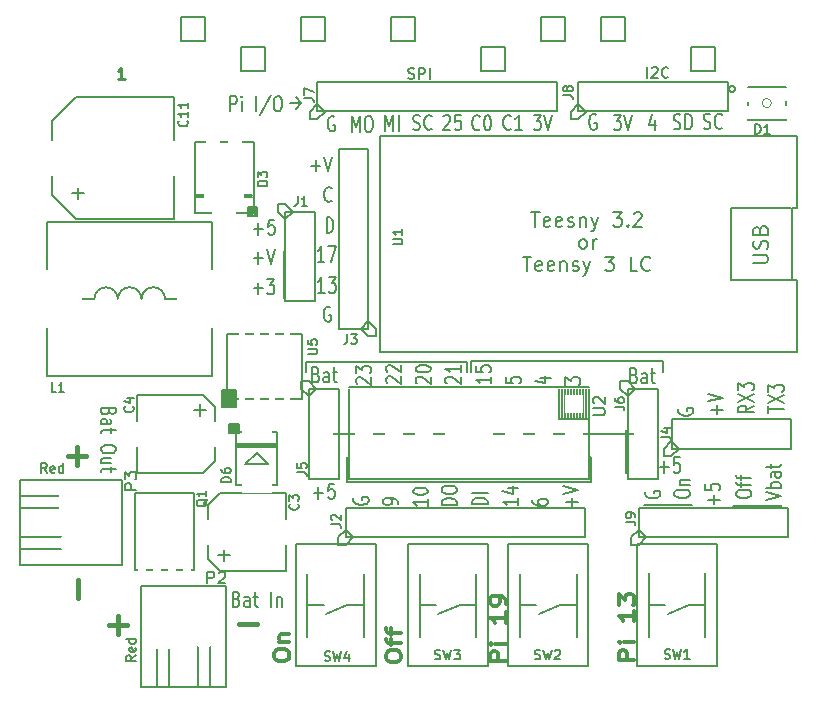
<source format=gto>
G04 #@! TF.FileFunction,Legend,Top*
%FSLAX46Y46*%
G04 Gerber Fmt 4.6, Leading zero omitted, Abs format (unit mm)*
G04 Created by KiCad (PCBNEW 4.0.2+dfsg1-stable) date Sat 19 Aug 2017 09:03:07 PM PDT*
%MOMM*%
G01*
G04 APERTURE LIST*
%ADD10C,0.100000*%
%ADD11C,0.150000*%
%ADD12C,0.200000*%
%ADD13C,0.400000*%
%ADD14C,0.300000*%
%ADD15C,0.127000*%
%ADD16C,0.063500*%
%ADD17C,0.250000*%
%ADD18C,1.506220*%
%ADD19O,1.300000X2.000000*%
%ADD20R,3.197860X1.597660*%
%ADD21R,4.099560X1.998980*%
%ADD22R,1.701800X1.102360*%
%ADD23R,2.000000X1.000000*%
%ADD24R,1.200000X1.200000*%
%ADD25R,3.400000X3.800000*%
%ADD26R,2.500000X1.400000*%
%ADD27R,3.600000X5.000000*%
%ADD28R,0.700000X0.550000*%
%ADD29R,0.635000X1.250000*%
%ADD30R,0.650000X1.250000*%
%ADD31R,4.600000X3.900000*%
%ADD32R,1.297940X1.549400*%
%ADD33C,1.500000*%
%ADD34R,2.000000X1.600000*%
%ADD35O,2.000000X1.600000*%
%ADD36R,1.600000X2.000000*%
%ADD37O,1.600000X2.000000*%
%ADD38R,0.500000X2.200000*%
%ADD39R,0.500000X2.550000*%
%ADD40R,4.900000X2.900000*%
%ADD41C,1.200000*%
%ADD42R,1.500000X1.500000*%
%ADD43O,1.500000X1.500000*%
G04 APERTURE END LIST*
D10*
D11*
X83572305Y-115265143D02*
X83191352Y-115531810D01*
X83572305Y-115722286D02*
X82772305Y-115722286D01*
X82772305Y-115417524D01*
X82810400Y-115341333D01*
X82848495Y-115303238D01*
X82924686Y-115265143D01*
X83038971Y-115265143D01*
X83115162Y-115303238D01*
X83153257Y-115341333D01*
X83191352Y-115417524D01*
X83191352Y-115722286D01*
X83534210Y-114617524D02*
X83572305Y-114693714D01*
X83572305Y-114846095D01*
X83534210Y-114922286D01*
X83458019Y-114960381D01*
X83153257Y-114960381D01*
X83077067Y-114922286D01*
X83038971Y-114846095D01*
X83038971Y-114693714D01*
X83077067Y-114617524D01*
X83153257Y-114579429D01*
X83229448Y-114579429D01*
X83305638Y-114960381D01*
X83572305Y-113893715D02*
X82772305Y-113893715D01*
X83534210Y-113893715D02*
X83572305Y-113969905D01*
X83572305Y-114122286D01*
X83534210Y-114198477D01*
X83496114Y-114236572D01*
X83419924Y-114274667D01*
X83191352Y-114274667D01*
X83115162Y-114236572D01*
X83077067Y-114198477D01*
X83038971Y-114122286D01*
X83038971Y-113969905D01*
X83077067Y-113893715D01*
X76047657Y-99802905D02*
X75780990Y-99421952D01*
X75590514Y-99802905D02*
X75590514Y-99002905D01*
X75895276Y-99002905D01*
X75971467Y-99041000D01*
X76009562Y-99079095D01*
X76047657Y-99155286D01*
X76047657Y-99269571D01*
X76009562Y-99345762D01*
X75971467Y-99383857D01*
X75895276Y-99421952D01*
X75590514Y-99421952D01*
X76695276Y-99764810D02*
X76619086Y-99802905D01*
X76466705Y-99802905D01*
X76390514Y-99764810D01*
X76352419Y-99688619D01*
X76352419Y-99383857D01*
X76390514Y-99307667D01*
X76466705Y-99269571D01*
X76619086Y-99269571D01*
X76695276Y-99307667D01*
X76733371Y-99383857D01*
X76733371Y-99460048D01*
X76352419Y-99536238D01*
X77419085Y-99802905D02*
X77419085Y-99002905D01*
X77419085Y-99764810D02*
X77342895Y-99802905D01*
X77190514Y-99802905D01*
X77114323Y-99764810D01*
X77076228Y-99726714D01*
X77038133Y-99650524D01*
X77038133Y-99421952D01*
X77076228Y-99345762D01*
X77114323Y-99307667D01*
X77190514Y-99269571D01*
X77342895Y-99269571D01*
X77419085Y-99307667D01*
D12*
X81296657Y-94616876D02*
X81234752Y-94759733D01*
X81172848Y-94807352D01*
X81049038Y-94854971D01*
X80863324Y-94854971D01*
X80739514Y-94807352D01*
X80677610Y-94759733D01*
X80615705Y-94664495D01*
X80615705Y-94283542D01*
X81915705Y-94283542D01*
X81915705Y-94616876D01*
X81853800Y-94712114D01*
X81791895Y-94759733D01*
X81668086Y-94807352D01*
X81544276Y-94807352D01*
X81420467Y-94759733D01*
X81358562Y-94712114D01*
X81296657Y-94616876D01*
X81296657Y-94283542D01*
X80615705Y-95712114D02*
X81296657Y-95712114D01*
X81420467Y-95664495D01*
X81482371Y-95569257D01*
X81482371Y-95378780D01*
X81420467Y-95283542D01*
X80677610Y-95712114D02*
X80615705Y-95616876D01*
X80615705Y-95378780D01*
X80677610Y-95283542D01*
X80801419Y-95235923D01*
X80925229Y-95235923D01*
X81049038Y-95283542D01*
X81110943Y-95378780D01*
X81110943Y-95616876D01*
X81172848Y-95712114D01*
X81482371Y-96045447D02*
X81482371Y-96426399D01*
X81915705Y-96188304D02*
X80801419Y-96188304D01*
X80677610Y-96235923D01*
X80615705Y-96331161D01*
X80615705Y-96426399D01*
X81915705Y-97712114D02*
X81915705Y-97902591D01*
X81853800Y-97997829D01*
X81729990Y-98093067D01*
X81482371Y-98140686D01*
X81049038Y-98140686D01*
X80801419Y-98093067D01*
X80677610Y-97997829D01*
X80615705Y-97902591D01*
X80615705Y-97712114D01*
X80677610Y-97616876D01*
X80801419Y-97521638D01*
X81049038Y-97474019D01*
X81482371Y-97474019D01*
X81729990Y-97521638D01*
X81853800Y-97616876D01*
X81915705Y-97712114D01*
X81482371Y-98997829D02*
X80615705Y-98997829D01*
X81482371Y-98569257D02*
X80801419Y-98569257D01*
X80677610Y-98616876D01*
X80615705Y-98712114D01*
X80615705Y-98854972D01*
X80677610Y-98950210D01*
X80739514Y-98997829D01*
X81482371Y-99331162D02*
X81482371Y-99712114D01*
X81915705Y-99474019D02*
X80801419Y-99474019D01*
X80677610Y-99521638D01*
X80615705Y-99616876D01*
X80615705Y-99712114D01*
D13*
X77876495Y-98339257D02*
X79400305Y-98339257D01*
X78638400Y-99101162D02*
X78638400Y-97577352D01*
X78679657Y-110388305D02*
X78679657Y-108864495D01*
D12*
X92114905Y-110473343D02*
X92257762Y-110535248D01*
X92305381Y-110597152D01*
X92353000Y-110720962D01*
X92353000Y-110906676D01*
X92305381Y-111030486D01*
X92257762Y-111092390D01*
X92162524Y-111154295D01*
X91781571Y-111154295D01*
X91781571Y-109854295D01*
X92114905Y-109854295D01*
X92210143Y-109916200D01*
X92257762Y-109978105D01*
X92305381Y-110101914D01*
X92305381Y-110225724D01*
X92257762Y-110349533D01*
X92210143Y-110411438D01*
X92114905Y-110473343D01*
X91781571Y-110473343D01*
X93210143Y-111154295D02*
X93210143Y-110473343D01*
X93162524Y-110349533D01*
X93067286Y-110287629D01*
X92876809Y-110287629D01*
X92781571Y-110349533D01*
X93210143Y-111092390D02*
X93114905Y-111154295D01*
X92876809Y-111154295D01*
X92781571Y-111092390D01*
X92733952Y-110968581D01*
X92733952Y-110844771D01*
X92781571Y-110720962D01*
X92876809Y-110659057D01*
X93114905Y-110659057D01*
X93210143Y-110597152D01*
X93543476Y-110287629D02*
X93924428Y-110287629D01*
X93686333Y-109854295D02*
X93686333Y-110968581D01*
X93733952Y-111092390D01*
X93829190Y-111154295D01*
X93924428Y-111154295D01*
X95019667Y-111154295D02*
X95019667Y-109854295D01*
X95495857Y-110287629D02*
X95495857Y-111154295D01*
X95495857Y-110411438D02*
X95543476Y-110349533D01*
X95638714Y-110287629D01*
X95781572Y-110287629D01*
X95876810Y-110349533D01*
X95924429Y-110473343D01*
X95924429Y-111154295D01*
D13*
X81305495Y-112664857D02*
X82829305Y-112664857D01*
X82067400Y-113426762D02*
X82067400Y-111902952D01*
X92278295Y-112614057D02*
X93802105Y-112614057D01*
D12*
X98018600Y-90398600D02*
X98018600Y-91262200D01*
X111582200Y-90398600D02*
X98018600Y-90398600D01*
X111582200Y-91262200D02*
X111582200Y-90398600D01*
X128219200Y-90373200D02*
X128219200Y-91262200D01*
X111937800Y-90373200D02*
X128219200Y-90373200D01*
X111937800Y-91262200D02*
X111937800Y-90373200D01*
D14*
X125784695Y-115670057D02*
X124484695Y-115670057D01*
X124484695Y-115098629D01*
X124546600Y-114955771D01*
X124608505Y-114884343D01*
X124732314Y-114812914D01*
X124918029Y-114812914D01*
X125041838Y-114884343D01*
X125103743Y-114955771D01*
X125165648Y-115098629D01*
X125165648Y-115670057D01*
X125784695Y-114170057D02*
X124918029Y-114170057D01*
X124484695Y-114170057D02*
X124546600Y-114241486D01*
X124608505Y-114170057D01*
X124546600Y-114098629D01*
X124484695Y-114170057D01*
X124608505Y-114170057D01*
X125784695Y-111527200D02*
X125784695Y-112384343D01*
X125784695Y-111955771D02*
X124484695Y-111955771D01*
X124670410Y-112098628D01*
X124794219Y-112241486D01*
X124856124Y-112384343D01*
X124484695Y-111027200D02*
X124484695Y-110098629D01*
X124979933Y-110598629D01*
X124979933Y-110384343D01*
X125041838Y-110241486D01*
X125103743Y-110170057D01*
X125227552Y-110098629D01*
X125537076Y-110098629D01*
X125660886Y-110170057D01*
X125722790Y-110241486D01*
X125784695Y-110384343D01*
X125784695Y-110812915D01*
X125722790Y-110955772D01*
X125660886Y-111027200D01*
X114888095Y-115771657D02*
X113588095Y-115771657D01*
X113588095Y-115200229D01*
X113650000Y-115057371D01*
X113711905Y-114985943D01*
X113835714Y-114914514D01*
X114021429Y-114914514D01*
X114145238Y-114985943D01*
X114207143Y-115057371D01*
X114269048Y-115200229D01*
X114269048Y-115771657D01*
X114888095Y-114271657D02*
X114021429Y-114271657D01*
X113588095Y-114271657D02*
X113650000Y-114343086D01*
X113711905Y-114271657D01*
X113650000Y-114200229D01*
X113588095Y-114271657D01*
X113711905Y-114271657D01*
X114888095Y-111628800D02*
X114888095Y-112485943D01*
X114888095Y-112057371D02*
X113588095Y-112057371D01*
X113773810Y-112200228D01*
X113897619Y-112343086D01*
X113959524Y-112485943D01*
X114888095Y-110914515D02*
X114888095Y-110628800D01*
X114826190Y-110485943D01*
X114764286Y-110414515D01*
X114578571Y-110271657D01*
X114330952Y-110200229D01*
X113835714Y-110200229D01*
X113711905Y-110271657D01*
X113650000Y-110343086D01*
X113588095Y-110485943D01*
X113588095Y-110771657D01*
X113650000Y-110914515D01*
X113711905Y-110985943D01*
X113835714Y-111057372D01*
X114145238Y-111057372D01*
X114269048Y-110985943D01*
X114330952Y-110914515D01*
X114392857Y-110771657D01*
X114392857Y-110485943D01*
X114330952Y-110343086D01*
X114269048Y-110271657D01*
X114145238Y-110200229D01*
X104748895Y-115485943D02*
X104748895Y-115200229D01*
X104810800Y-115057371D01*
X104934610Y-114914514D01*
X105182229Y-114843086D01*
X105615562Y-114843086D01*
X105863181Y-114914514D01*
X105986990Y-115057371D01*
X106048895Y-115200229D01*
X106048895Y-115485943D01*
X105986990Y-115628800D01*
X105863181Y-115771657D01*
X105615562Y-115843086D01*
X105182229Y-115843086D01*
X104934610Y-115771657D01*
X104810800Y-115628800D01*
X104748895Y-115485943D01*
X105182229Y-114414514D02*
X105182229Y-113843085D01*
X106048895Y-114200228D02*
X104934610Y-114200228D01*
X104810800Y-114128800D01*
X104748895Y-113985942D01*
X104748895Y-113843085D01*
X105182229Y-113557371D02*
X105182229Y-112985942D01*
X106048895Y-113343085D02*
X104934610Y-113343085D01*
X104810800Y-113271657D01*
X104748895Y-113128799D01*
X104748895Y-112985942D01*
X95274695Y-115384343D02*
X95274695Y-115098629D01*
X95336600Y-114955771D01*
X95460410Y-114812914D01*
X95708029Y-114741486D01*
X96141362Y-114741486D01*
X96388981Y-114812914D01*
X96512790Y-114955771D01*
X96574695Y-115098629D01*
X96574695Y-115384343D01*
X96512790Y-115527200D01*
X96388981Y-115670057D01*
X96141362Y-115741486D01*
X95708029Y-115741486D01*
X95460410Y-115670057D01*
X95336600Y-115527200D01*
X95274695Y-115384343D01*
X95708029Y-114098628D02*
X96574695Y-114098628D01*
X95831838Y-114098628D02*
X95769933Y-114027200D01*
X95708029Y-113884342D01*
X95708029Y-113670057D01*
X95769933Y-113527200D01*
X95893743Y-113455771D01*
X96574695Y-113455771D01*
D12*
X106647572Y-66404286D02*
X106776143Y-66447143D01*
X106990429Y-66447143D01*
X107076143Y-66404286D01*
X107119000Y-66361429D01*
X107161857Y-66275714D01*
X107161857Y-66190000D01*
X107119000Y-66104286D01*
X107076143Y-66061429D01*
X106990429Y-66018571D01*
X106819000Y-65975714D01*
X106733286Y-65932857D01*
X106690429Y-65890000D01*
X106647572Y-65804286D01*
X106647572Y-65718571D01*
X106690429Y-65632857D01*
X106733286Y-65590000D01*
X106819000Y-65547143D01*
X107033286Y-65547143D01*
X107161857Y-65590000D01*
X107547572Y-66447143D02*
X107547572Y-65547143D01*
X107890429Y-65547143D01*
X107976143Y-65590000D01*
X108019000Y-65632857D01*
X108061857Y-65718571D01*
X108061857Y-65847143D01*
X108019000Y-65932857D01*
X107976143Y-65975714D01*
X107890429Y-66018571D01*
X107547572Y-66018571D01*
X108447572Y-66447143D02*
X108447572Y-65547143D01*
X126858029Y-66345543D02*
X126858029Y-65445543D01*
X127243743Y-65531257D02*
X127286600Y-65488400D01*
X127372314Y-65445543D01*
X127586600Y-65445543D01*
X127672314Y-65488400D01*
X127715171Y-65531257D01*
X127758028Y-65616971D01*
X127758028Y-65702686D01*
X127715171Y-65831257D01*
X127200885Y-66345543D01*
X127758028Y-66345543D01*
X128658028Y-66259829D02*
X128615171Y-66302686D01*
X128486600Y-66345543D01*
X128400886Y-66345543D01*
X128272314Y-66302686D01*
X128186600Y-66216971D01*
X128143743Y-66131257D01*
X128100886Y-65959829D01*
X128100886Y-65831257D01*
X128143743Y-65659829D01*
X128186600Y-65574114D01*
X128272314Y-65488400D01*
X128400886Y-65445543D01*
X128486600Y-65445543D01*
X128615171Y-65488400D01*
X128658028Y-65531257D01*
X131649886Y-70630190D02*
X131792743Y-70692095D01*
X132030839Y-70692095D01*
X132126077Y-70630190D01*
X132173696Y-70568286D01*
X132221315Y-70444476D01*
X132221315Y-70320667D01*
X132173696Y-70196857D01*
X132126077Y-70134952D01*
X132030839Y-70073048D01*
X131840362Y-70011143D01*
X131745124Y-69949238D01*
X131697505Y-69887333D01*
X131649886Y-69763524D01*
X131649886Y-69639714D01*
X131697505Y-69515905D01*
X131745124Y-69454000D01*
X131840362Y-69392095D01*
X132078458Y-69392095D01*
X132221315Y-69454000D01*
X133221315Y-70568286D02*
X133173696Y-70630190D01*
X133030839Y-70692095D01*
X132935601Y-70692095D01*
X132792743Y-70630190D01*
X132697505Y-70506381D01*
X132649886Y-70382571D01*
X132602267Y-70134952D01*
X132602267Y-69949238D01*
X132649886Y-69701619D01*
X132697505Y-69577810D01*
X132792743Y-69454000D01*
X132935601Y-69392095D01*
X133030839Y-69392095D01*
X133173696Y-69454000D01*
X133221315Y-69515905D01*
X129109886Y-70655590D02*
X129252743Y-70717495D01*
X129490839Y-70717495D01*
X129586077Y-70655590D01*
X129633696Y-70593686D01*
X129681315Y-70469876D01*
X129681315Y-70346067D01*
X129633696Y-70222257D01*
X129586077Y-70160352D01*
X129490839Y-70098448D01*
X129300362Y-70036543D01*
X129205124Y-69974638D01*
X129157505Y-69912733D01*
X129109886Y-69788924D01*
X129109886Y-69665114D01*
X129157505Y-69541305D01*
X129205124Y-69479400D01*
X129300362Y-69417495D01*
X129538458Y-69417495D01*
X129681315Y-69479400D01*
X130109886Y-70717495D02*
X130109886Y-69417495D01*
X130347981Y-69417495D01*
X130490839Y-69479400D01*
X130586077Y-69603210D01*
X130633696Y-69727019D01*
X130681315Y-69974638D01*
X130681315Y-70160352D01*
X130633696Y-70407971D01*
X130586077Y-70531781D01*
X130490839Y-70655590D01*
X130347981Y-70717495D01*
X130109886Y-70717495D01*
X127520677Y-69927029D02*
X127520677Y-70793695D01*
X127282581Y-69431790D02*
X127044486Y-70360362D01*
X127663534Y-70360362D01*
X97586800Y-68529200D02*
X97129600Y-68986400D01*
X97586800Y-68503800D02*
X97104200Y-68021200D01*
X96596200Y-68503800D02*
X97586800Y-68503800D01*
X91559334Y-69193495D02*
X91559334Y-67893495D01*
X91940287Y-67893495D01*
X92035525Y-67955400D01*
X92083144Y-68017305D01*
X92130763Y-68141114D01*
X92130763Y-68326829D01*
X92083144Y-68450638D01*
X92035525Y-68512543D01*
X91940287Y-68574448D01*
X91559334Y-68574448D01*
X92559334Y-69193495D02*
X92559334Y-68326829D01*
X92559334Y-67893495D02*
X92511715Y-67955400D01*
X92559334Y-68017305D01*
X92606953Y-67955400D01*
X92559334Y-67893495D01*
X92559334Y-68017305D01*
X93797429Y-69193495D02*
X93797429Y-67893495D01*
X94987905Y-67831590D02*
X94130762Y-69503019D01*
X95511714Y-67893495D02*
X95702191Y-67893495D01*
X95797429Y-67955400D01*
X95892667Y-68079210D01*
X95940286Y-68326829D01*
X95940286Y-68760162D01*
X95892667Y-69007781D01*
X95797429Y-69131590D01*
X95702191Y-69193495D01*
X95511714Y-69193495D01*
X95416476Y-69131590D01*
X95321238Y-69007781D01*
X95273619Y-68760162D01*
X95273619Y-68326829D01*
X95321238Y-68079210D01*
X95416476Y-67955400D01*
X95511714Y-67893495D01*
X124028295Y-69493695D02*
X124647343Y-69493695D01*
X124314009Y-69988933D01*
X124456867Y-69988933D01*
X124552105Y-70050838D01*
X124599724Y-70112743D01*
X124647343Y-70236552D01*
X124647343Y-70546076D01*
X124599724Y-70669886D01*
X124552105Y-70731790D01*
X124456867Y-70793695D01*
X124171152Y-70793695D01*
X124075914Y-70731790D01*
X124028295Y-70669886D01*
X124933057Y-69493695D02*
X125266390Y-70793695D01*
X125599724Y-69493695D01*
X122537505Y-69504800D02*
X122442267Y-69442895D01*
X122299410Y-69442895D01*
X122156552Y-69504800D01*
X122061314Y-69628610D01*
X122013695Y-69752419D01*
X121966076Y-70000038D01*
X121966076Y-70185752D01*
X122013695Y-70433371D01*
X122061314Y-70557181D01*
X122156552Y-70680990D01*
X122299410Y-70742895D01*
X122394648Y-70742895D01*
X122537505Y-70680990D01*
X122585124Y-70619086D01*
X122585124Y-70185752D01*
X122394648Y-70185752D01*
X117271895Y-69493695D02*
X117890943Y-69493695D01*
X117557609Y-69988933D01*
X117700467Y-69988933D01*
X117795705Y-70050838D01*
X117843324Y-70112743D01*
X117890943Y-70236552D01*
X117890943Y-70546076D01*
X117843324Y-70669886D01*
X117795705Y-70731790D01*
X117700467Y-70793695D01*
X117414752Y-70793695D01*
X117319514Y-70731790D01*
X117271895Y-70669886D01*
X118176657Y-69493695D02*
X118509990Y-70793695D01*
X118843324Y-69493695D01*
X115327134Y-70669886D02*
X115279515Y-70731790D01*
X115136658Y-70793695D01*
X115041420Y-70793695D01*
X114898562Y-70731790D01*
X114803324Y-70607981D01*
X114755705Y-70484171D01*
X114708086Y-70236552D01*
X114708086Y-70050838D01*
X114755705Y-69803219D01*
X114803324Y-69679410D01*
X114898562Y-69555600D01*
X115041420Y-69493695D01*
X115136658Y-69493695D01*
X115279515Y-69555600D01*
X115327134Y-69617505D01*
X116279515Y-70793695D02*
X115708086Y-70793695D01*
X115993800Y-70793695D02*
X115993800Y-69493695D01*
X115898562Y-69679410D01*
X115803324Y-69803219D01*
X115708086Y-69865124D01*
X112685534Y-70695286D02*
X112637915Y-70757190D01*
X112495058Y-70819095D01*
X112399820Y-70819095D01*
X112256962Y-70757190D01*
X112161724Y-70633381D01*
X112114105Y-70509571D01*
X112066486Y-70261952D01*
X112066486Y-70076238D01*
X112114105Y-69828619D01*
X112161724Y-69704810D01*
X112256962Y-69581000D01*
X112399820Y-69519095D01*
X112495058Y-69519095D01*
X112637915Y-69581000D01*
X112685534Y-69642905D01*
X113304581Y-69519095D02*
X113399820Y-69519095D01*
X113495058Y-69581000D01*
X113542677Y-69642905D01*
X113590296Y-69766714D01*
X113637915Y-70014333D01*
X113637915Y-70323857D01*
X113590296Y-70571476D01*
X113542677Y-70695286D01*
X113495058Y-70757190D01*
X113399820Y-70819095D01*
X113304581Y-70819095D01*
X113209343Y-70757190D01*
X113161724Y-70695286D01*
X113114105Y-70571476D01*
X113066486Y-70323857D01*
X113066486Y-70014333D01*
X113114105Y-69766714D01*
X113161724Y-69642905D01*
X113209343Y-69581000D01*
X113304581Y-69519095D01*
X109626495Y-69617505D02*
X109674114Y-69555600D01*
X109769352Y-69493695D01*
X110007448Y-69493695D01*
X110102686Y-69555600D01*
X110150305Y-69617505D01*
X110197924Y-69741314D01*
X110197924Y-69865124D01*
X110150305Y-70050838D01*
X109578876Y-70793695D01*
X110197924Y-70793695D01*
X111102686Y-69493695D02*
X110626495Y-69493695D01*
X110578876Y-70112743D01*
X110626495Y-70050838D01*
X110721733Y-69988933D01*
X110959829Y-69988933D01*
X111055067Y-70050838D01*
X111102686Y-70112743D01*
X111150305Y-70236552D01*
X111150305Y-70546076D01*
X111102686Y-70669886D01*
X111055067Y-70731790D01*
X110959829Y-70793695D01*
X110721733Y-70793695D01*
X110626495Y-70731790D01*
X110578876Y-70669886D01*
X107062686Y-70731790D02*
X107205543Y-70793695D01*
X107443639Y-70793695D01*
X107538877Y-70731790D01*
X107586496Y-70669886D01*
X107634115Y-70546076D01*
X107634115Y-70422267D01*
X107586496Y-70298457D01*
X107538877Y-70236552D01*
X107443639Y-70174648D01*
X107253162Y-70112743D01*
X107157924Y-70050838D01*
X107110305Y-69988933D01*
X107062686Y-69865124D01*
X107062686Y-69741314D01*
X107110305Y-69617505D01*
X107157924Y-69555600D01*
X107253162Y-69493695D01*
X107491258Y-69493695D01*
X107634115Y-69555600D01*
X108634115Y-70669886D02*
X108586496Y-70731790D01*
X108443639Y-70793695D01*
X108348401Y-70793695D01*
X108205543Y-70731790D01*
X108110305Y-70607981D01*
X108062686Y-70484171D01*
X108015067Y-70236552D01*
X108015067Y-70050838D01*
X108062686Y-69803219D01*
X108110305Y-69679410D01*
X108205543Y-69555600D01*
X108348401Y-69493695D01*
X108443639Y-69493695D01*
X108586496Y-69555600D01*
X108634115Y-69617505D01*
X104711572Y-70844495D02*
X104711572Y-69544495D01*
X105044906Y-70473067D01*
X105378239Y-69544495D01*
X105378239Y-70844495D01*
X105854429Y-70844495D02*
X105854429Y-69544495D01*
X101860457Y-70920695D02*
X101860457Y-69620695D01*
X102193791Y-70549267D01*
X102527124Y-69620695D01*
X102527124Y-70920695D01*
X103193790Y-69620695D02*
X103384267Y-69620695D01*
X103479505Y-69682600D01*
X103574743Y-69806410D01*
X103622362Y-70054029D01*
X103622362Y-70487362D01*
X103574743Y-70734981D01*
X103479505Y-70858790D01*
X103384267Y-70920695D01*
X103193790Y-70920695D01*
X103098552Y-70858790D01*
X103003314Y-70734981D01*
X102955695Y-70487362D01*
X102955695Y-70054029D01*
X103003314Y-69806410D01*
X103098552Y-69682600D01*
X103193790Y-69620695D01*
X100388705Y-69657200D02*
X100293467Y-69595295D01*
X100150610Y-69595295D01*
X100007752Y-69657200D01*
X99912514Y-69781010D01*
X99864895Y-69904819D01*
X99817276Y-70152438D01*
X99817276Y-70338152D01*
X99864895Y-70585771D01*
X99912514Y-70709581D01*
X100007752Y-70833390D01*
X100150610Y-70895295D01*
X100245848Y-70895295D01*
X100388705Y-70833390D01*
X100436324Y-70771486D01*
X100436324Y-70338152D01*
X100245848Y-70338152D01*
X135867857Y-82032286D02*
X136839286Y-82032286D01*
X136953571Y-81975143D01*
X137010714Y-81918000D01*
X137067857Y-81803714D01*
X137067857Y-81575143D01*
X137010714Y-81460857D01*
X136953571Y-81403714D01*
X136839286Y-81346571D01*
X135867857Y-81346571D01*
X137010714Y-80832286D02*
X137067857Y-80660857D01*
X137067857Y-80375143D01*
X137010714Y-80260857D01*
X136953571Y-80203714D01*
X136839286Y-80146571D01*
X136725000Y-80146571D01*
X136610714Y-80203714D01*
X136553571Y-80260857D01*
X136496429Y-80375143D01*
X136439286Y-80603714D01*
X136382143Y-80718000D01*
X136325000Y-80775143D01*
X136210714Y-80832286D01*
X136096429Y-80832286D01*
X135982143Y-80775143D01*
X135925000Y-80718000D01*
X135867857Y-80603714D01*
X135867857Y-80318000D01*
X135925000Y-80146571D01*
X136439286Y-79232286D02*
X136496429Y-79060857D01*
X136553571Y-79003714D01*
X136667857Y-78946571D01*
X136839286Y-78946571D01*
X136953571Y-79003714D01*
X137010714Y-79060857D01*
X137067857Y-79175143D01*
X137067857Y-79632286D01*
X135867857Y-79632286D01*
X135867857Y-79232286D01*
X135925000Y-79118000D01*
X135982143Y-79060857D01*
X136096429Y-79003714D01*
X136210714Y-79003714D01*
X136325000Y-79060857D01*
X136382143Y-79118000D01*
X136439286Y-79232286D01*
X136439286Y-79632286D01*
X133934200Y-83489800D02*
X139319000Y-83489800D01*
X133934200Y-77343000D02*
X133934200Y-83489800D01*
X139090400Y-77343000D02*
X133934200Y-77343000D01*
X117075543Y-77752257D02*
X117761257Y-77752257D01*
X117418400Y-78952257D02*
X117418400Y-77752257D01*
X118618400Y-78895114D02*
X118504114Y-78952257D01*
X118275543Y-78952257D01*
X118161257Y-78895114D01*
X118104114Y-78780829D01*
X118104114Y-78323686D01*
X118161257Y-78209400D01*
X118275543Y-78152257D01*
X118504114Y-78152257D01*
X118618400Y-78209400D01*
X118675543Y-78323686D01*
X118675543Y-78437971D01*
X118104114Y-78552257D01*
X119646971Y-78895114D02*
X119532685Y-78952257D01*
X119304114Y-78952257D01*
X119189828Y-78895114D01*
X119132685Y-78780829D01*
X119132685Y-78323686D01*
X119189828Y-78209400D01*
X119304114Y-78152257D01*
X119532685Y-78152257D01*
X119646971Y-78209400D01*
X119704114Y-78323686D01*
X119704114Y-78437971D01*
X119132685Y-78552257D01*
X120161256Y-78895114D02*
X120275542Y-78952257D01*
X120504114Y-78952257D01*
X120618399Y-78895114D01*
X120675542Y-78780829D01*
X120675542Y-78723686D01*
X120618399Y-78609400D01*
X120504114Y-78552257D01*
X120332685Y-78552257D01*
X120218399Y-78495114D01*
X120161256Y-78380829D01*
X120161256Y-78323686D01*
X120218399Y-78209400D01*
X120332685Y-78152257D01*
X120504114Y-78152257D01*
X120618399Y-78209400D01*
X121189828Y-78152257D02*
X121189828Y-78952257D01*
X121189828Y-78266543D02*
X121246971Y-78209400D01*
X121361257Y-78152257D01*
X121532685Y-78152257D01*
X121646971Y-78209400D01*
X121704114Y-78323686D01*
X121704114Y-78952257D01*
X122161257Y-78152257D02*
X122446971Y-78952257D01*
X122732685Y-78152257D02*
X122446971Y-78952257D01*
X122332685Y-79237971D01*
X122275542Y-79295114D01*
X122161257Y-79352257D01*
X123989829Y-77752257D02*
X124732686Y-77752257D01*
X124332686Y-78209400D01*
X124504114Y-78209400D01*
X124618400Y-78266543D01*
X124675543Y-78323686D01*
X124732686Y-78437971D01*
X124732686Y-78723686D01*
X124675543Y-78837971D01*
X124618400Y-78895114D01*
X124504114Y-78952257D01*
X124161257Y-78952257D01*
X124046971Y-78895114D01*
X123989829Y-78837971D01*
X125246971Y-78837971D02*
X125304114Y-78895114D01*
X125246971Y-78952257D01*
X125189828Y-78895114D01*
X125246971Y-78837971D01*
X125246971Y-78952257D01*
X125761257Y-77866543D02*
X125818400Y-77809400D01*
X125932686Y-77752257D01*
X126218400Y-77752257D01*
X126332686Y-77809400D01*
X126389829Y-77866543D01*
X126446972Y-77980829D01*
X126446972Y-78095114D01*
X126389829Y-78266543D01*
X125704115Y-78952257D01*
X126446972Y-78952257D01*
X121361258Y-80832257D02*
X121246972Y-80775114D01*
X121189829Y-80717971D01*
X121132686Y-80603686D01*
X121132686Y-80260829D01*
X121189829Y-80146543D01*
X121246972Y-80089400D01*
X121361258Y-80032257D01*
X121532686Y-80032257D01*
X121646972Y-80089400D01*
X121704115Y-80146543D01*
X121761258Y-80260829D01*
X121761258Y-80603686D01*
X121704115Y-80717971D01*
X121646972Y-80775114D01*
X121532686Y-80832257D01*
X121361258Y-80832257D01*
X122275543Y-80832257D02*
X122275543Y-80032257D01*
X122275543Y-80260829D02*
X122332686Y-80146543D01*
X122389829Y-80089400D01*
X122504115Y-80032257D01*
X122618400Y-80032257D01*
X116389829Y-81512257D02*
X117075543Y-81512257D01*
X116732686Y-82712257D02*
X116732686Y-81512257D01*
X117932686Y-82655114D02*
X117818400Y-82712257D01*
X117589829Y-82712257D01*
X117475543Y-82655114D01*
X117418400Y-82540829D01*
X117418400Y-82083686D01*
X117475543Y-81969400D01*
X117589829Y-81912257D01*
X117818400Y-81912257D01*
X117932686Y-81969400D01*
X117989829Y-82083686D01*
X117989829Y-82197971D01*
X117418400Y-82312257D01*
X118961257Y-82655114D02*
X118846971Y-82712257D01*
X118618400Y-82712257D01*
X118504114Y-82655114D01*
X118446971Y-82540829D01*
X118446971Y-82083686D01*
X118504114Y-81969400D01*
X118618400Y-81912257D01*
X118846971Y-81912257D01*
X118961257Y-81969400D01*
X119018400Y-82083686D01*
X119018400Y-82197971D01*
X118446971Y-82312257D01*
X119532685Y-81912257D02*
X119532685Y-82712257D01*
X119532685Y-82026543D02*
X119589828Y-81969400D01*
X119704114Y-81912257D01*
X119875542Y-81912257D01*
X119989828Y-81969400D01*
X120046971Y-82083686D01*
X120046971Y-82712257D01*
X120561256Y-82655114D02*
X120675542Y-82712257D01*
X120904114Y-82712257D01*
X121018399Y-82655114D01*
X121075542Y-82540829D01*
X121075542Y-82483686D01*
X121018399Y-82369400D01*
X120904114Y-82312257D01*
X120732685Y-82312257D01*
X120618399Y-82255114D01*
X120561256Y-82140829D01*
X120561256Y-82083686D01*
X120618399Y-81969400D01*
X120732685Y-81912257D01*
X120904114Y-81912257D01*
X121018399Y-81969400D01*
X121475543Y-81912257D02*
X121761257Y-82712257D01*
X122046971Y-81912257D02*
X121761257Y-82712257D01*
X121646971Y-82997971D01*
X121589828Y-83055114D01*
X121475543Y-83112257D01*
X123304115Y-81512257D02*
X124046972Y-81512257D01*
X123646972Y-81969400D01*
X123818400Y-81969400D01*
X123932686Y-82026543D01*
X123989829Y-82083686D01*
X124046972Y-82197971D01*
X124046972Y-82483686D01*
X123989829Y-82597971D01*
X123932686Y-82655114D01*
X123818400Y-82712257D01*
X123475543Y-82712257D01*
X123361257Y-82655114D01*
X123304115Y-82597971D01*
X126046972Y-82712257D02*
X125475543Y-82712257D01*
X125475543Y-81512257D01*
X127132687Y-82597971D02*
X127075544Y-82655114D01*
X126904115Y-82712257D01*
X126789829Y-82712257D01*
X126618401Y-82655114D01*
X126504115Y-82540829D01*
X126446972Y-82426543D01*
X126389829Y-82197971D01*
X126389829Y-82026543D01*
X126446972Y-81797971D01*
X126504115Y-81683686D01*
X126618401Y-81569400D01*
X126789829Y-81512257D01*
X126904115Y-81512257D01*
X127075544Y-81569400D01*
X127132687Y-81626543D01*
X127920857Y-99305257D02*
X128682762Y-99305257D01*
X128301810Y-99800495D02*
X128301810Y-98810019D01*
X129635143Y-98500495D02*
X129158952Y-98500495D01*
X129111333Y-99119543D01*
X129158952Y-99057638D01*
X129254190Y-98995733D01*
X129492286Y-98995733D01*
X129587524Y-99057638D01*
X129635143Y-99119543D01*
X129682762Y-99243352D01*
X129682762Y-99552876D01*
X129635143Y-99676686D01*
X129587524Y-99738590D01*
X129492286Y-99800495D01*
X129254190Y-99800495D01*
X129158952Y-99738590D01*
X129111333Y-99676686D01*
X125120400Y-99822000D02*
X125095000Y-99822000D01*
X125120400Y-96164400D02*
X125120400Y-99822000D01*
X96139000Y-84963000D02*
X96088200Y-84963000D01*
X96139000Y-81051400D02*
X96139000Y-84963000D01*
X138201400Y-102616000D02*
X138201400Y-102565200D01*
X134112000Y-102616000D02*
X138201400Y-102616000D01*
X130657600Y-102539800D02*
X130657600Y-102489000D01*
X126568200Y-102539800D02*
X130657600Y-102539800D01*
X136905295Y-102082410D02*
X138205295Y-101749077D01*
X136905295Y-101415743D01*
X138205295Y-101082410D02*
X136905295Y-101082410D01*
X137400533Y-101082410D02*
X137338629Y-100987172D01*
X137338629Y-100796695D01*
X137400533Y-100701457D01*
X137462438Y-100653838D01*
X137586248Y-100606219D01*
X137957676Y-100606219D01*
X138081486Y-100653838D01*
X138143390Y-100701457D01*
X138205295Y-100796695D01*
X138205295Y-100987172D01*
X138143390Y-101082410D01*
X138205295Y-99749076D02*
X137524343Y-99749076D01*
X137400533Y-99796695D01*
X137338629Y-99891933D01*
X137338629Y-100082410D01*
X137400533Y-100177648D01*
X138143390Y-99749076D02*
X138205295Y-99844314D01*
X138205295Y-100082410D01*
X138143390Y-100177648D01*
X138019581Y-100225267D01*
X137895771Y-100225267D01*
X137771962Y-100177648D01*
X137710057Y-100082410D01*
X137710057Y-99844314D01*
X137648152Y-99749076D01*
X137338629Y-99415743D02*
X137338629Y-99034791D01*
X136905295Y-99272886D02*
X138019581Y-99272886D01*
X138143390Y-99225267D01*
X138205295Y-99130029D01*
X138205295Y-99034791D01*
X134390695Y-101682467D02*
X134390695Y-101491990D01*
X134452600Y-101396752D01*
X134576410Y-101301514D01*
X134824029Y-101253895D01*
X135257362Y-101253895D01*
X135504981Y-101301514D01*
X135628790Y-101396752D01*
X135690695Y-101491990D01*
X135690695Y-101682467D01*
X135628790Y-101777705D01*
X135504981Y-101872943D01*
X135257362Y-101920562D01*
X134824029Y-101920562D01*
X134576410Y-101872943D01*
X134452600Y-101777705D01*
X134390695Y-101682467D01*
X134824029Y-100968181D02*
X134824029Y-100587229D01*
X135690695Y-100825324D02*
X134576410Y-100825324D01*
X134452600Y-100777705D01*
X134390695Y-100682467D01*
X134390695Y-100587229D01*
X134824029Y-100396752D02*
X134824029Y-100015800D01*
X135690695Y-100253895D02*
X134576410Y-100253895D01*
X134452600Y-100206276D01*
X134390695Y-100111038D01*
X134390695Y-100015800D01*
X129183695Y-101665019D02*
X129183695Y-101474542D01*
X129245600Y-101379304D01*
X129369410Y-101284066D01*
X129617029Y-101236447D01*
X130050362Y-101236447D01*
X130297981Y-101284066D01*
X130421790Y-101379304D01*
X130483695Y-101474542D01*
X130483695Y-101665019D01*
X130421790Y-101760257D01*
X130297981Y-101855495D01*
X130050362Y-101903114D01*
X129617029Y-101903114D01*
X129369410Y-101855495D01*
X129245600Y-101760257D01*
X129183695Y-101665019D01*
X129617029Y-100807876D02*
X130483695Y-100807876D01*
X129740838Y-100807876D02*
X129678933Y-100760257D01*
X129617029Y-100665019D01*
X129617029Y-100522161D01*
X129678933Y-100426923D01*
X129802743Y-100379304D01*
X130483695Y-100379304D01*
X126756400Y-101396895D02*
X126694495Y-101492133D01*
X126694495Y-101634990D01*
X126756400Y-101777848D01*
X126880210Y-101873086D01*
X127004019Y-101920705D01*
X127251638Y-101968324D01*
X127437352Y-101968324D01*
X127684971Y-101920705D01*
X127808781Y-101873086D01*
X127932590Y-101777848D01*
X127994495Y-101634990D01*
X127994495Y-101539752D01*
X127932590Y-101396895D01*
X127870686Y-101349276D01*
X127437352Y-101349276D01*
X127437352Y-101539752D01*
X137133895Y-94710095D02*
X137133895Y-94138666D01*
X138433895Y-94424381D02*
X137133895Y-94424381D01*
X137133895Y-93900571D02*
X138433895Y-93233904D01*
X137133895Y-93233904D02*
X138433895Y-93900571D01*
X137133895Y-92948190D02*
X137133895Y-92329142D01*
X137629133Y-92662476D01*
X137629133Y-92519618D01*
X137691038Y-92424380D01*
X137752943Y-92376761D01*
X137876752Y-92329142D01*
X138186276Y-92329142D01*
X138310086Y-92376761D01*
X138371990Y-92424380D01*
X138433895Y-92519618D01*
X138433895Y-92805333D01*
X138371990Y-92900571D01*
X138310086Y-92948190D01*
X135893895Y-94114857D02*
X135274848Y-94448191D01*
X135893895Y-94686286D02*
X134593895Y-94686286D01*
X134593895Y-94305333D01*
X134655800Y-94210095D01*
X134717705Y-94162476D01*
X134841514Y-94114857D01*
X135027229Y-94114857D01*
X135151038Y-94162476D01*
X135212943Y-94210095D01*
X135274848Y-94305333D01*
X135274848Y-94686286D01*
X134593895Y-93781524D02*
X135893895Y-93114857D01*
X134593895Y-93114857D02*
X135893895Y-93781524D01*
X134593895Y-92829143D02*
X134593895Y-92210095D01*
X135089133Y-92543429D01*
X135089133Y-92400571D01*
X135151038Y-92305333D01*
X135212943Y-92257714D01*
X135336752Y-92210095D01*
X135646276Y-92210095D01*
X135770086Y-92257714D01*
X135831990Y-92305333D01*
X135893895Y-92400571D01*
X135893895Y-92686286D01*
X135831990Y-92781524D01*
X135770086Y-92829143D01*
X132807857Y-94859505D02*
X132807857Y-94097600D01*
X133303095Y-94478552D02*
X132312619Y-94478552D01*
X132003095Y-93764267D02*
X133303095Y-93430934D01*
X132003095Y-93097600D01*
X129550400Y-94386495D02*
X129488495Y-94481733D01*
X129488495Y-94624590D01*
X129550400Y-94767448D01*
X129674210Y-94862686D01*
X129798019Y-94910305D01*
X130045638Y-94957924D01*
X130231352Y-94957924D01*
X130478971Y-94910305D01*
X130602781Y-94862686D01*
X130726590Y-94767448D01*
X130788495Y-94624590D01*
X130788495Y-94529352D01*
X130726590Y-94386495D01*
X130664686Y-94338876D01*
X130231352Y-94338876D01*
X130231352Y-94529352D01*
X119912695Y-92338543D02*
X119912695Y-91719495D01*
X120407933Y-92052829D01*
X120407933Y-91909971D01*
X120469838Y-91814733D01*
X120531743Y-91767114D01*
X120655552Y-91719495D01*
X120965076Y-91719495D01*
X121088886Y-91767114D01*
X121150790Y-91814733D01*
X121212695Y-91909971D01*
X121212695Y-92195686D01*
X121150790Y-92290924D01*
X121088886Y-92338543D01*
X117831429Y-91763933D02*
X118698095Y-91763933D01*
X117336190Y-92002029D02*
X118264762Y-92240124D01*
X118264762Y-91621076D01*
X114883495Y-91716314D02*
X114883495Y-92192505D01*
X115502543Y-92240124D01*
X115440638Y-92192505D01*
X115378733Y-92097267D01*
X115378733Y-91859171D01*
X115440638Y-91763933D01*
X115502543Y-91716314D01*
X115626352Y-91668695D01*
X115935876Y-91668695D01*
X116059686Y-91716314D01*
X116121590Y-91763933D01*
X116183495Y-91859171D01*
X116183495Y-92097267D01*
X116121590Y-92192505D01*
X116059686Y-92240124D01*
X113643495Y-91668695D02*
X113643495Y-92240124D01*
X113643495Y-91954410D02*
X112343495Y-91954410D01*
X112529210Y-92049648D01*
X112653019Y-92144886D01*
X112714924Y-92240124D01*
X112343495Y-90763933D02*
X112343495Y-91240124D01*
X112962543Y-91287743D01*
X112900638Y-91240124D01*
X112838733Y-91144886D01*
X112838733Y-90906790D01*
X112900638Y-90811552D01*
X112962543Y-90763933D01*
X113086352Y-90716314D01*
X113395876Y-90716314D01*
X113519686Y-90763933D01*
X113581590Y-90811552D01*
X113643495Y-90906790D01*
X113643495Y-91144886D01*
X113581590Y-91240124D01*
X113519686Y-91287743D01*
X109901905Y-92240124D02*
X109840000Y-92192505D01*
X109778095Y-92097267D01*
X109778095Y-91859171D01*
X109840000Y-91763933D01*
X109901905Y-91716314D01*
X110025714Y-91668695D01*
X110149524Y-91668695D01*
X110335238Y-91716314D01*
X111078095Y-92287743D01*
X111078095Y-91668695D01*
X111078095Y-90716314D02*
X111078095Y-91287743D01*
X111078095Y-91002029D02*
X109778095Y-91002029D01*
X109963810Y-91097267D01*
X110087619Y-91192505D01*
X110149524Y-91287743D01*
X107387305Y-92240124D02*
X107325400Y-92192505D01*
X107263495Y-92097267D01*
X107263495Y-91859171D01*
X107325400Y-91763933D01*
X107387305Y-91716314D01*
X107511114Y-91668695D01*
X107634924Y-91668695D01*
X107820638Y-91716314D01*
X108563495Y-92287743D01*
X108563495Y-91668695D01*
X107263495Y-91049648D02*
X107263495Y-90954409D01*
X107325400Y-90859171D01*
X107387305Y-90811552D01*
X107511114Y-90763933D01*
X107758733Y-90716314D01*
X108068257Y-90716314D01*
X108315876Y-90763933D01*
X108439686Y-90811552D01*
X108501590Y-90859171D01*
X108563495Y-90954409D01*
X108563495Y-91049648D01*
X108501590Y-91144886D01*
X108439686Y-91192505D01*
X108315876Y-91240124D01*
X108068257Y-91287743D01*
X107758733Y-91287743D01*
X107511114Y-91240124D01*
X107387305Y-91192505D01*
X107325400Y-91144886D01*
X107263495Y-91049648D01*
X104872705Y-92214724D02*
X104810800Y-92167105D01*
X104748895Y-92071867D01*
X104748895Y-91833771D01*
X104810800Y-91738533D01*
X104872705Y-91690914D01*
X104996514Y-91643295D01*
X105120324Y-91643295D01*
X105306038Y-91690914D01*
X106048895Y-92262343D01*
X106048895Y-91643295D01*
X104872705Y-91262343D02*
X104810800Y-91214724D01*
X104748895Y-91119486D01*
X104748895Y-90881390D01*
X104810800Y-90786152D01*
X104872705Y-90738533D01*
X104996514Y-90690914D01*
X105120324Y-90690914D01*
X105306038Y-90738533D01*
X106048895Y-91309962D01*
X106048895Y-90690914D01*
X102332705Y-92290924D02*
X102270800Y-92243305D01*
X102208895Y-92148067D01*
X102208895Y-91909971D01*
X102270800Y-91814733D01*
X102332705Y-91767114D01*
X102456514Y-91719495D01*
X102580324Y-91719495D01*
X102766038Y-91767114D01*
X103508895Y-92338543D01*
X103508895Y-91719495D01*
X102208895Y-91386162D02*
X102208895Y-90767114D01*
X102704133Y-91100448D01*
X102704133Y-90957590D01*
X102766038Y-90862352D01*
X102827943Y-90814733D01*
X102951752Y-90767114D01*
X103261276Y-90767114D01*
X103385086Y-90814733D01*
X103446990Y-90862352D01*
X103508895Y-90957590D01*
X103508895Y-91243305D01*
X103446990Y-91338543D01*
X103385086Y-91386162D01*
X120539657Y-102682705D02*
X120539657Y-101920800D01*
X121034895Y-102301752D02*
X120044419Y-102301752D01*
X119734895Y-101587467D02*
X121034895Y-101254134D01*
X119734895Y-100920800D01*
X117144095Y-102101733D02*
X117144095Y-102292210D01*
X117206000Y-102387448D01*
X117267905Y-102435067D01*
X117453619Y-102530305D01*
X117701238Y-102577924D01*
X118196476Y-102577924D01*
X118320286Y-102530305D01*
X118382190Y-102482686D01*
X118444095Y-102387448D01*
X118444095Y-102196971D01*
X118382190Y-102101733D01*
X118320286Y-102054114D01*
X118196476Y-102006495D01*
X117886952Y-102006495D01*
X117763143Y-102054114D01*
X117701238Y-102101733D01*
X117639333Y-102196971D01*
X117639333Y-102387448D01*
X117701238Y-102482686D01*
X117763143Y-102530305D01*
X117886952Y-102577924D01*
X115929495Y-101955695D02*
X115929495Y-102527124D01*
X115929495Y-102241410D02*
X114629495Y-102241410D01*
X114815210Y-102336648D01*
X114939019Y-102431886D01*
X115000924Y-102527124D01*
X115062829Y-101098552D02*
X115929495Y-101098552D01*
X114567590Y-101336648D02*
X115496162Y-101574743D01*
X115496162Y-100955695D01*
X113364095Y-102479505D02*
X112064095Y-102479505D01*
X112064095Y-102241410D01*
X112126000Y-102098552D01*
X112249810Y-102003314D01*
X112373619Y-101955695D01*
X112621238Y-101908076D01*
X112806952Y-101908076D01*
X113054571Y-101955695D01*
X113178381Y-102003314D01*
X113302190Y-102098552D01*
X113364095Y-102241410D01*
X113364095Y-102479505D01*
X113364095Y-101479505D02*
X112064095Y-101479505D01*
X110773295Y-102530305D02*
X109473295Y-102530305D01*
X109473295Y-102292210D01*
X109535200Y-102149352D01*
X109659010Y-102054114D01*
X109782819Y-102006495D01*
X110030438Y-101958876D01*
X110216152Y-101958876D01*
X110463771Y-102006495D01*
X110587581Y-102054114D01*
X110711390Y-102149352D01*
X110773295Y-102292210D01*
X110773295Y-102530305D01*
X109473295Y-101339829D02*
X109473295Y-101149352D01*
X109535200Y-101054114D01*
X109659010Y-100958876D01*
X109906629Y-100911257D01*
X110339962Y-100911257D01*
X110587581Y-100958876D01*
X110711390Y-101054114D01*
X110773295Y-101149352D01*
X110773295Y-101339829D01*
X110711390Y-101435067D01*
X110587581Y-101530305D01*
X110339962Y-101577924D01*
X109906629Y-101577924D01*
X109659010Y-101530305D01*
X109535200Y-101435067D01*
X109473295Y-101339829D01*
X108334895Y-102031895D02*
X108334895Y-102603324D01*
X108334895Y-102317610D02*
X107034895Y-102317610D01*
X107220610Y-102412848D01*
X107344419Y-102508086D01*
X107406324Y-102603324D01*
X107034895Y-101412848D02*
X107034895Y-101317609D01*
X107096800Y-101222371D01*
X107158705Y-101174752D01*
X107282514Y-101127133D01*
X107530133Y-101079514D01*
X107839657Y-101079514D01*
X108087276Y-101127133D01*
X108211086Y-101174752D01*
X108272990Y-101222371D01*
X108334895Y-101317609D01*
X108334895Y-101412848D01*
X108272990Y-101508086D01*
X108211086Y-101555705D01*
X108087276Y-101603324D01*
X107839657Y-101650943D01*
X107530133Y-101650943D01*
X107282514Y-101603324D01*
X107158705Y-101555705D01*
X107096800Y-101508086D01*
X107034895Y-101412848D01*
X105794895Y-102431886D02*
X105794895Y-102241410D01*
X105732990Y-102146171D01*
X105671086Y-102098552D01*
X105485371Y-102003314D01*
X105237752Y-101955695D01*
X104742514Y-101955695D01*
X104618705Y-102003314D01*
X104556800Y-102050933D01*
X104494895Y-102146171D01*
X104494895Y-102336648D01*
X104556800Y-102431886D01*
X104618705Y-102479505D01*
X104742514Y-102527124D01*
X105052038Y-102527124D01*
X105175848Y-102479505D01*
X105237752Y-102431886D01*
X105299657Y-102336648D01*
X105299657Y-102146171D01*
X105237752Y-102050933D01*
X105175848Y-102003314D01*
X105052038Y-101955695D01*
X102067600Y-101930295D02*
X102005695Y-102025533D01*
X102005695Y-102168390D01*
X102067600Y-102311248D01*
X102191410Y-102406486D01*
X102315219Y-102454105D01*
X102562838Y-102501724D01*
X102748552Y-102501724D01*
X102996171Y-102454105D01*
X103119981Y-102406486D01*
X103243790Y-102311248D01*
X103305695Y-102168390D01*
X103305695Y-102073152D01*
X103243790Y-101930295D01*
X103181886Y-101882676D01*
X102748552Y-101882676D01*
X102748552Y-102073152D01*
X122123200Y-98450400D02*
X121996200Y-98450400D01*
X122123200Y-100558600D02*
X122123200Y-98450400D01*
X101422200Y-100558600D02*
X122123200Y-100558600D01*
X101422200Y-98425000D02*
X101422200Y-100558600D01*
X132553857Y-102482543D02*
X132553857Y-101720638D01*
X133049095Y-102101590D02*
X132058619Y-102101590D01*
X131749095Y-100768257D02*
X131749095Y-101244448D01*
X132368143Y-101292067D01*
X132306238Y-101244448D01*
X132244333Y-101149210D01*
X132244333Y-100911114D01*
X132306238Y-100815876D01*
X132368143Y-100768257D01*
X132491952Y-100720638D01*
X132801476Y-100720638D01*
X132925286Y-100768257D01*
X132987190Y-100815876D01*
X133049095Y-100911114D01*
X133049095Y-101149210D01*
X132987190Y-101244448D01*
X132925286Y-101292067D01*
X125749134Y-91550343D02*
X125891991Y-91612248D01*
X125939610Y-91674152D01*
X125987229Y-91797962D01*
X125987229Y-91983676D01*
X125939610Y-92107486D01*
X125891991Y-92169390D01*
X125796753Y-92231295D01*
X125415800Y-92231295D01*
X125415800Y-90931295D01*
X125749134Y-90931295D01*
X125844372Y-90993200D01*
X125891991Y-91055105D01*
X125939610Y-91178914D01*
X125939610Y-91302724D01*
X125891991Y-91426533D01*
X125844372Y-91488438D01*
X125749134Y-91550343D01*
X125415800Y-91550343D01*
X126844372Y-92231295D02*
X126844372Y-91550343D01*
X126796753Y-91426533D01*
X126701515Y-91364629D01*
X126511038Y-91364629D01*
X126415800Y-91426533D01*
X126844372Y-92169390D02*
X126749134Y-92231295D01*
X126511038Y-92231295D01*
X126415800Y-92169390D01*
X126368181Y-92045581D01*
X126368181Y-91921771D01*
X126415800Y-91797962D01*
X126511038Y-91736057D01*
X126749134Y-91736057D01*
X126844372Y-91674152D01*
X127177705Y-91364629D02*
X127558657Y-91364629D01*
X127320562Y-90931295D02*
X127320562Y-92045581D01*
X127368181Y-92169390D01*
X127463419Y-92231295D01*
X127558657Y-92231295D01*
X126492000Y-96545400D02*
X126492000Y-96672400D01*
X113004600Y-96545400D02*
X126492000Y-96545400D01*
X110566200Y-96545400D02*
X110566200Y-96596200D01*
X99517200Y-96545400D02*
X110566200Y-96545400D01*
X98825134Y-91474143D02*
X98967991Y-91536048D01*
X99015610Y-91597952D01*
X99063229Y-91721762D01*
X99063229Y-91907476D01*
X99015610Y-92031286D01*
X98967991Y-92093190D01*
X98872753Y-92155095D01*
X98491800Y-92155095D01*
X98491800Y-90855095D01*
X98825134Y-90855095D01*
X98920372Y-90917000D01*
X98967991Y-90978905D01*
X99015610Y-91102714D01*
X99015610Y-91226524D01*
X98967991Y-91350333D01*
X98920372Y-91412238D01*
X98825134Y-91474143D01*
X98491800Y-91474143D01*
X99920372Y-92155095D02*
X99920372Y-91474143D01*
X99872753Y-91350333D01*
X99777515Y-91288429D01*
X99587038Y-91288429D01*
X99491800Y-91350333D01*
X99920372Y-92093190D02*
X99825134Y-92155095D01*
X99587038Y-92155095D01*
X99491800Y-92093190D01*
X99444181Y-91969381D01*
X99444181Y-91845571D01*
X99491800Y-91721762D01*
X99587038Y-91659857D01*
X99825134Y-91659857D01*
X99920372Y-91597952D01*
X100253705Y-91288429D02*
X100634657Y-91288429D01*
X100396562Y-90855095D02*
X100396562Y-91969381D01*
X100444181Y-92093190D01*
X100539419Y-92155095D01*
X100634657Y-92155095D01*
X98660057Y-101515057D02*
X99421962Y-101515057D01*
X99041010Y-102010295D02*
X99041010Y-101019819D01*
X100374343Y-100710295D02*
X99898152Y-100710295D01*
X99850533Y-101329343D01*
X99898152Y-101267438D01*
X99993390Y-101205533D01*
X100231486Y-101205533D01*
X100326724Y-101267438D01*
X100374343Y-101329343D01*
X100421962Y-101453152D01*
X100421962Y-101762676D01*
X100374343Y-101886486D01*
X100326724Y-101948390D01*
X100231486Y-102010295D01*
X99993390Y-102010295D01*
X99898152Y-101948390D01*
X99850533Y-101886486D01*
X98428276Y-73796514D02*
X99190181Y-73796514D01*
X98809229Y-74253657D02*
X98809229Y-73339371D01*
X99523514Y-73053657D02*
X99856847Y-74253657D01*
X100190181Y-73053657D01*
X100156924Y-76765886D02*
X100109305Y-76827790D01*
X99966448Y-76889695D01*
X99871210Y-76889695D01*
X99728352Y-76827790D01*
X99633114Y-76703981D01*
X99585495Y-76580171D01*
X99537876Y-76332552D01*
X99537876Y-76146838D01*
X99585495Y-75899219D01*
X99633114Y-75775410D01*
X99728352Y-75651600D01*
X99871210Y-75589695D01*
X99966448Y-75589695D01*
X100109305Y-75651600D01*
X100156924Y-75713505D01*
X99737895Y-79480495D02*
X99737895Y-78180495D01*
X99975990Y-78180495D01*
X100118848Y-78242400D01*
X100214086Y-78366210D01*
X100261705Y-78490019D01*
X100309324Y-78737638D01*
X100309324Y-78923352D01*
X100261705Y-79170971D01*
X100214086Y-79294781D01*
X100118848Y-79418590D01*
X99975990Y-79480495D01*
X99737895Y-79480495D01*
X99555324Y-81918895D02*
X98983895Y-81918895D01*
X99269609Y-81918895D02*
X99269609Y-80618895D01*
X99174371Y-80804610D01*
X99079133Y-80928419D01*
X98983895Y-80990324D01*
X99888657Y-80618895D02*
X100555324Y-80618895D01*
X100126752Y-81918895D01*
X99580724Y-84560495D02*
X99009295Y-84560495D01*
X99295009Y-84560495D02*
X99295009Y-83260495D01*
X99199771Y-83446210D01*
X99104533Y-83570019D01*
X99009295Y-83631924D01*
X99914057Y-83260495D02*
X100533105Y-83260495D01*
X100199771Y-83755733D01*
X100342629Y-83755733D01*
X100437867Y-83817638D01*
X100485486Y-83879543D01*
X100533105Y-84003352D01*
X100533105Y-84312876D01*
X100485486Y-84436686D01*
X100437867Y-84498590D01*
X100342629Y-84560495D01*
X100056914Y-84560495D01*
X99961676Y-84498590D01*
X99914057Y-84436686D01*
X100058505Y-85786200D02*
X99963267Y-85724295D01*
X99820410Y-85724295D01*
X99677552Y-85786200D01*
X99582314Y-85910010D01*
X99534695Y-86033819D01*
X99487076Y-86281438D01*
X99487076Y-86467152D01*
X99534695Y-86714771D01*
X99582314Y-86838581D01*
X99677552Y-86962390D01*
X99820410Y-87024295D01*
X99915648Y-87024295D01*
X100058505Y-86962390D01*
X100106124Y-86900486D01*
X100106124Y-86467152D01*
X99915648Y-86467152D01*
X93554657Y-84192257D02*
X94316562Y-84192257D01*
X93935610Y-84687495D02*
X93935610Y-83697019D01*
X94697514Y-83387495D02*
X95316562Y-83387495D01*
X94983228Y-83882733D01*
X95126086Y-83882733D01*
X95221324Y-83944638D01*
X95268943Y-84006543D01*
X95316562Y-84130352D01*
X95316562Y-84439876D01*
X95268943Y-84563686D01*
X95221324Y-84625590D01*
X95126086Y-84687495D01*
X94840371Y-84687495D01*
X94745133Y-84625590D01*
X94697514Y-84563686D01*
X93580057Y-79163057D02*
X94341962Y-79163057D01*
X93961010Y-79658295D02*
X93961010Y-78667819D01*
X95294343Y-78358295D02*
X94818152Y-78358295D01*
X94770533Y-78977343D01*
X94818152Y-78915438D01*
X94913390Y-78853533D01*
X95151486Y-78853533D01*
X95246724Y-78915438D01*
X95294343Y-78977343D01*
X95341962Y-79101152D01*
X95341962Y-79410676D01*
X95294343Y-79534486D01*
X95246724Y-79596390D01*
X95151486Y-79658295D01*
X94913390Y-79658295D01*
X94818152Y-79596390D01*
X94770533Y-79534486D01*
X93576876Y-81626857D02*
X94338781Y-81626857D01*
X93957829Y-82122095D02*
X93957829Y-81131619D01*
X94672114Y-80822095D02*
X95005447Y-82122095D01*
X95338781Y-80822095D01*
D15*
X100750320Y-87599680D02*
X100750320Y-72400320D01*
X100750320Y-72400320D02*
X103249680Y-72400320D01*
X103249680Y-72400320D02*
X103249680Y-87599680D01*
X103249680Y-87599680D02*
X100750320Y-87599680D01*
X103905000Y-88255000D02*
X103905000Y-87620000D01*
X103905000Y-87620000D02*
X103270000Y-86985000D01*
X103270000Y-86985000D02*
X102635000Y-87620000D01*
X102635000Y-87620000D02*
X103270000Y-88255000D01*
X103270000Y-88255000D02*
X103905000Y-88255000D01*
X101360320Y-102750320D02*
X121639680Y-102750320D01*
X121639680Y-102750320D02*
X121639680Y-105249680D01*
X121639680Y-105249680D02*
X101360320Y-105249680D01*
X101360320Y-105249680D02*
X101360320Y-102750320D01*
X100705000Y-105905000D02*
X101340000Y-105905000D01*
X101340000Y-105905000D02*
X101975000Y-105270000D01*
X101975000Y-105270000D02*
X101340000Y-104635000D01*
X101340000Y-104635000D02*
X100705000Y-105270000D01*
X100705000Y-105270000D02*
X100705000Y-105905000D01*
D11*
X139580000Y-71328001D02*
X104260000Y-71328000D01*
X104260000Y-71328000D02*
X104260000Y-89567999D01*
X104260000Y-89567999D02*
X139580000Y-89568000D01*
X139580000Y-89568000D02*
X139580000Y-83488000D01*
X139580000Y-83488000D02*
X139130000Y-83488000D01*
X139130000Y-83488000D02*
X139130000Y-77408001D01*
X139130000Y-77408001D02*
X139580000Y-77408001D01*
X139580000Y-77408001D02*
X139580000Y-71328001D01*
D15*
X96314260Y-105900220D02*
X96314260Y-108099860D01*
X96314260Y-108099860D02*
X90716100Y-108099860D01*
X90716100Y-108099860D02*
X89715340Y-107099100D01*
X89715340Y-107099100D02*
X89715340Y-105900220D01*
X96314260Y-103700580D02*
X96314260Y-101500940D01*
X96314260Y-101500940D02*
X90716100Y-101500940D01*
X90716100Y-101500940D02*
X89715340Y-102501700D01*
X89715340Y-102501700D02*
X89715340Y-103700580D01*
X91516200Y-106799380D02*
X90515440Y-106799380D01*
X91015820Y-106299000D02*
X91015820Y-107299760D01*
X83700540Y-95400180D02*
X83700540Y-93200540D01*
X83700540Y-93200540D02*
X89298700Y-93200540D01*
X89298700Y-93200540D02*
X90299460Y-94201300D01*
X90299460Y-94201300D02*
X90299460Y-95400180D01*
X83700540Y-97599820D02*
X83700540Y-99799460D01*
X83700540Y-99799460D02*
X89298700Y-99799460D01*
X89298700Y-99799460D02*
X90299460Y-98798700D01*
X90299460Y-98798700D02*
X90299460Y-97599820D01*
X88498600Y-94501020D02*
X89499360Y-94501020D01*
X88998980Y-95001400D02*
X88998980Y-94000640D01*
X86809580Y-71653400D02*
X86809580Y-68003420D01*
X86809580Y-68003420D02*
X78511400Y-68003420D01*
X78511400Y-68003420D02*
X76512420Y-70002400D01*
X76512420Y-70002400D02*
X76512420Y-71653400D01*
X86809580Y-74650600D02*
X86809580Y-78300580D01*
X86809580Y-78300580D02*
X78511400Y-78300580D01*
X78511400Y-78300580D02*
X76512420Y-76301600D01*
X76512420Y-76301600D02*
X76512420Y-74650600D01*
X79161640Y-76151740D02*
X78163420Y-76151740D01*
X78661260Y-75651360D02*
X78661260Y-76649580D01*
X135402340Y-67100460D02*
X138597660Y-67100460D01*
X138597660Y-69899540D02*
X135402340Y-69899540D01*
X135402340Y-68649860D02*
X135402340Y-68400940D01*
X138597660Y-68649860D02*
X138597660Y-68350140D01*
X138597660Y-69899540D02*
X138597660Y-69848740D01*
X138597660Y-67100460D02*
X138597660Y-67151260D01*
X135402340Y-69899540D02*
X135402340Y-69848740D01*
X135402340Y-67100460D02*
X135402340Y-67151260D01*
X133802140Y-67306200D02*
X133809760Y-67369700D01*
X133809760Y-67369700D02*
X133835160Y-67428120D01*
X133835160Y-67428120D02*
X133873260Y-67478920D01*
X133873260Y-67478920D02*
X133924060Y-67519560D01*
X133924060Y-67519560D02*
X133982480Y-67542420D01*
X133982480Y-67542420D02*
X134048520Y-67550040D01*
X134048520Y-67550040D02*
X134112020Y-67542420D01*
X134112020Y-67542420D02*
X134175520Y-67517020D01*
X134175520Y-67517020D02*
X134226320Y-67476380D01*
X134226320Y-67476380D02*
X134266960Y-67423040D01*
X134266960Y-67423040D02*
X134292360Y-67362080D01*
X134292360Y-67362080D02*
X134302520Y-67296040D01*
X134302520Y-67296040D02*
X134292360Y-67232540D01*
X134292360Y-67232540D02*
X134269500Y-67174120D01*
X134269500Y-67174120D02*
X134228860Y-67123320D01*
X134228860Y-67123320D02*
X134178060Y-67085220D01*
X134178060Y-67085220D02*
X134119640Y-67059820D01*
X134119640Y-67059820D02*
X134056140Y-67052200D01*
X134056140Y-67052200D02*
X133990100Y-67059820D01*
X133990100Y-67059820D02*
X133929140Y-67085220D01*
X133929140Y-67085220D02*
X133875800Y-67125860D01*
X133875800Y-67125860D02*
X133835160Y-67179200D01*
X133835160Y-67179200D02*
X133809760Y-67240160D01*
X133809760Y-67240160D02*
X133802140Y-67306200D01*
D16*
X137395131Y-68500000D02*
G75*
G03X137395131Y-68500000I-395131J0D01*
G01*
D11*
X93459000Y-76479000D02*
X88659000Y-76479000D01*
X88659000Y-76279000D02*
X93459000Y-76279000D01*
X93259000Y-78079000D02*
X93259000Y-77279000D01*
X93459000Y-78079000D02*
X93459000Y-77279000D01*
X93659000Y-78079000D02*
X93659000Y-77279000D01*
X93859000Y-78079000D02*
X93059000Y-78079000D01*
X93059000Y-78079000D02*
X93059000Y-77279000D01*
X93059000Y-77279000D02*
X93859000Y-77279000D01*
X93859000Y-77279000D02*
X93859000Y-78079000D01*
X93559000Y-77779000D02*
X88559000Y-77779000D01*
X88559000Y-77779000D02*
X88559000Y-71779000D01*
X88559000Y-71779000D02*
X93559000Y-71779000D01*
X93559000Y-71779000D02*
X93559000Y-77779000D01*
X95500000Y-97500000D02*
X92100000Y-97500000D01*
X92300000Y-96300000D02*
X91500000Y-96300000D01*
X92300000Y-96200000D02*
X91500000Y-96200000D01*
X92300000Y-96100000D02*
X91500000Y-96100000D01*
X92300000Y-96000000D02*
X91500000Y-96000000D01*
X92300000Y-95900000D02*
X91500000Y-95900000D01*
X92300000Y-95800000D02*
X91500000Y-95800000D01*
X92300000Y-95700000D02*
X92300000Y-96400000D01*
X92300000Y-96400000D02*
X91500000Y-96400000D01*
X91500000Y-96400000D02*
X91500000Y-95700000D01*
X91500000Y-95700000D02*
X92300000Y-95700000D01*
X95550000Y-97600000D02*
X92050000Y-97600000D01*
X95550000Y-97350000D02*
X92050000Y-97350000D01*
X93800000Y-98100000D02*
X94800000Y-99100000D01*
X94800000Y-99100000D02*
X92800000Y-99100000D01*
X92800000Y-99100000D02*
X93800000Y-98100000D01*
X92550000Y-100850000D02*
X92050000Y-100850000D01*
X92050000Y-100850000D02*
X92050000Y-96350000D01*
X92050000Y-96350000D02*
X92550000Y-96350000D01*
X95050000Y-96350000D02*
X95550000Y-96350000D01*
X95550000Y-96350000D02*
X95550000Y-100850000D01*
X95550000Y-100850000D02*
X95050000Y-100850000D01*
D15*
X98749680Y-77710320D02*
X98749680Y-85289680D01*
X98749680Y-85289680D02*
X96250320Y-85289680D01*
X96250320Y-85289680D02*
X96250320Y-77710320D01*
X96250320Y-77710320D02*
X98749680Y-77710320D01*
X95595000Y-77055000D02*
X95595000Y-77690000D01*
X95595000Y-77690000D02*
X96230000Y-78325000D01*
X96230000Y-78325000D02*
X96865000Y-77690000D01*
X96865000Y-77690000D02*
X96230000Y-77055000D01*
X96230000Y-77055000D02*
X95595000Y-77055000D01*
X128940320Y-95250320D02*
X139059680Y-95250320D01*
X139059680Y-95250320D02*
X139059680Y-97749680D01*
X139059680Y-97749680D02*
X128940320Y-97749680D01*
X128940320Y-97749680D02*
X128940320Y-95250320D01*
X128285000Y-98405000D02*
X128920000Y-98405000D01*
X128920000Y-98405000D02*
X129555000Y-97770000D01*
X129555000Y-97770000D02*
X128920000Y-97135000D01*
X128920000Y-97135000D02*
X128285000Y-97770000D01*
X128285000Y-97770000D02*
X128285000Y-98405000D01*
X100749680Y-92710320D02*
X100749680Y-100289680D01*
X100749680Y-100289680D02*
X98250320Y-100289680D01*
X98250320Y-100289680D02*
X98250320Y-92710320D01*
X98250320Y-92710320D02*
X100749680Y-92710320D01*
X97595000Y-92055000D02*
X97595000Y-92690000D01*
X97595000Y-92690000D02*
X98230000Y-93325000D01*
X98230000Y-93325000D02*
X98865000Y-92690000D01*
X98865000Y-92690000D02*
X98230000Y-92055000D01*
X98230000Y-92055000D02*
X97595000Y-92055000D01*
X127749680Y-92710320D02*
X127749680Y-100289680D01*
X127749680Y-100289680D02*
X125250320Y-100289680D01*
X125250320Y-100289680D02*
X125250320Y-92710320D01*
X125250320Y-92710320D02*
X127749680Y-92710320D01*
X124595000Y-92055000D02*
X124595000Y-92690000D01*
X124595000Y-92690000D02*
X125230000Y-93325000D01*
X125230000Y-93325000D02*
X125865000Y-92690000D01*
X125865000Y-92690000D02*
X125230000Y-92055000D01*
X125230000Y-92055000D02*
X124595000Y-92055000D01*
X98953320Y-66695320D02*
X119232680Y-66695320D01*
X119232680Y-66695320D02*
X119232680Y-69194680D01*
X119232680Y-69194680D02*
X98953320Y-69194680D01*
X98953320Y-69194680D02*
X98953320Y-66695320D01*
X98298000Y-69850000D02*
X98933000Y-69850000D01*
X98933000Y-69850000D02*
X99568000Y-69215000D01*
X99568000Y-69215000D02*
X98933000Y-68580000D01*
X98933000Y-68580000D02*
X98298000Y-69215000D01*
X98298000Y-69215000D02*
X98298000Y-69850000D01*
X121051320Y-66695320D02*
X133710680Y-66695320D01*
X133710680Y-66695320D02*
X133710680Y-69194680D01*
X133710680Y-69194680D02*
X121051320Y-69194680D01*
X121051320Y-69194680D02*
X121051320Y-66695320D01*
X120396000Y-69850000D02*
X121031000Y-69850000D01*
X121031000Y-69850000D02*
X121666000Y-69215000D01*
X121666000Y-69215000D02*
X121031000Y-68580000D01*
X121031000Y-68580000D02*
X120396000Y-69215000D01*
X120396000Y-69215000D02*
X120396000Y-69850000D01*
X126170320Y-102750320D02*
X138829680Y-102750320D01*
X138829680Y-102750320D02*
X138829680Y-105249680D01*
X138829680Y-105249680D02*
X126170320Y-105249680D01*
X126170320Y-105249680D02*
X126170320Y-102750320D01*
X125515000Y-105905000D02*
X126150000Y-105905000D01*
X126150000Y-105905000D02*
X126785000Y-105270000D01*
X126785000Y-105270000D02*
X126150000Y-104635000D01*
X126150000Y-104635000D02*
X125515000Y-105270000D01*
X125515000Y-105270000D02*
X125515000Y-105905000D01*
D11*
X86058000Y-85090000D02*
X86558000Y-85090000D01*
X80058000Y-85090000D02*
X79558000Y-85090000D01*
X86058000Y-85090000D02*
G75*
G03X85058000Y-84090000I-1000000J0D01*
G01*
X85058000Y-84090000D02*
G75*
G03X84058000Y-85090000I0J-1000000D01*
G01*
X84058000Y-85090000D02*
G75*
G03X83058000Y-84090000I-1000000J0D01*
G01*
X83058000Y-84090000D02*
G75*
G03X82058000Y-85090000I0J-1000000D01*
G01*
X82058000Y-85090000D02*
G75*
G03X81058000Y-84090000I-1000000J0D01*
G01*
X81058000Y-84090000D02*
G75*
G03X80058000Y-85090000I0J-1000000D01*
G01*
X87058000Y-85090000D02*
X86558000Y-85090000D01*
X79058000Y-85090000D02*
X79558000Y-85090000D01*
X76058000Y-78590000D02*
X90058000Y-78590000D01*
X90058000Y-78590000D02*
X90058000Y-91590000D01*
X90058000Y-91590000D02*
X76058000Y-91590000D01*
X76058000Y-91590000D02*
X76058000Y-78590000D01*
X83500000Y-101500000D02*
X88500000Y-101500000D01*
X88500000Y-101500000D02*
X88500000Y-108000000D01*
X88500000Y-108000000D02*
X83500000Y-108000000D01*
X83500000Y-108000000D02*
X83500000Y-101500000D01*
D15*
X126014480Y-116197380D02*
X132811520Y-116197380D01*
X132811520Y-116197380D02*
X132811520Y-105798620D01*
X132811520Y-105798620D02*
X126014480Y-105798620D01*
X126014480Y-105798620D02*
X126014480Y-116197380D01*
X127015240Y-113667540D02*
X127015240Y-110998000D01*
X127015240Y-110998000D02*
X127015240Y-108328460D01*
X131810760Y-113667540D02*
X131810760Y-110998000D01*
X131810760Y-110998000D02*
X131810760Y-108328460D01*
X127015240Y-110998000D02*
X128414780Y-110998000D01*
X131810760Y-110998000D02*
X130411220Y-110998000D01*
X130411220Y-110998000D02*
X128615440Y-111795560D01*
X115101480Y-116199380D02*
X121898520Y-116199380D01*
X121898520Y-116199380D02*
X121898520Y-105800620D01*
X121898520Y-105800620D02*
X115101480Y-105800620D01*
X115101480Y-105800620D02*
X115101480Y-116199380D01*
X116102240Y-113669540D02*
X116102240Y-111000000D01*
X116102240Y-111000000D02*
X116102240Y-108330460D01*
X120897760Y-113669540D02*
X120897760Y-111000000D01*
X120897760Y-111000000D02*
X120897760Y-108330460D01*
X116102240Y-111000000D02*
X117501780Y-111000000D01*
X120897760Y-111000000D02*
X119498220Y-111000000D01*
X119498220Y-111000000D02*
X117702440Y-111797560D01*
X106601480Y-116199380D02*
X113398520Y-116199380D01*
X113398520Y-116199380D02*
X113398520Y-105800620D01*
X113398520Y-105800620D02*
X106601480Y-105800620D01*
X106601480Y-105800620D02*
X106601480Y-116199380D01*
X107602240Y-113669540D02*
X107602240Y-111000000D01*
X107602240Y-111000000D02*
X107602240Y-108330460D01*
X112397760Y-113669540D02*
X112397760Y-111000000D01*
X112397760Y-111000000D02*
X112397760Y-108330460D01*
X107602240Y-111000000D02*
X109001780Y-111000000D01*
X112397760Y-111000000D02*
X110998220Y-111000000D01*
X110998220Y-111000000D02*
X109202440Y-111797560D01*
X97101480Y-116199380D02*
X103898520Y-116199380D01*
X103898520Y-116199380D02*
X103898520Y-105800620D01*
X103898520Y-105800620D02*
X97101480Y-105800620D01*
X97101480Y-105800620D02*
X97101480Y-116199380D01*
X98102240Y-113669540D02*
X98102240Y-111000000D01*
X98102240Y-111000000D02*
X98102240Y-108330460D01*
X102897760Y-113669540D02*
X102897760Y-111000000D01*
X102897760Y-111000000D02*
X102897760Y-108330460D01*
X98102240Y-111000000D02*
X99501780Y-111000000D01*
X102897760Y-111000000D02*
X101498220Y-111000000D01*
X101498220Y-111000000D02*
X99702440Y-111797560D01*
D11*
X87434000Y-63246000D02*
X89466000Y-63246000D01*
X89466000Y-63246000D02*
X89466000Y-61214000D01*
X89466000Y-61214000D02*
X87434000Y-61214000D01*
X87434000Y-61214000D02*
X87434000Y-63246000D01*
X92514000Y-65786000D02*
X94546000Y-65786000D01*
X94546000Y-65786000D02*
X94546000Y-63754000D01*
X94546000Y-63754000D02*
X92514000Y-63754000D01*
X92514000Y-63754000D02*
X92514000Y-65786000D01*
X97594000Y-63246000D02*
X99626000Y-63246000D01*
X99626000Y-63246000D02*
X99626000Y-61214000D01*
X99626000Y-61214000D02*
X97594000Y-61214000D01*
X97594000Y-61214000D02*
X97594000Y-63246000D01*
X105214000Y-63246000D02*
X107246000Y-63246000D01*
X107246000Y-63246000D02*
X107246000Y-61214000D01*
X107246000Y-61214000D02*
X105214000Y-61214000D01*
X105214000Y-61214000D02*
X105214000Y-63246000D01*
X114866000Y-65786000D02*
X114866000Y-63754000D01*
X114866000Y-63754000D02*
X112834000Y-63754000D01*
X112834000Y-63754000D02*
X112834000Y-65786000D01*
X112834000Y-65786000D02*
X114866000Y-65786000D01*
X119946000Y-63246000D02*
X119946000Y-61214000D01*
X119946000Y-61214000D02*
X117914000Y-61214000D01*
X117914000Y-61214000D02*
X117914000Y-63246000D01*
X117914000Y-63246000D02*
X119946000Y-63246000D01*
X125026000Y-63246000D02*
X125026000Y-61214000D01*
X125026000Y-61214000D02*
X122994000Y-61214000D01*
X122994000Y-61214000D02*
X122994000Y-63246000D01*
X122994000Y-63246000D02*
X125026000Y-63246000D01*
X130614000Y-65786000D02*
X130614000Y-63754000D01*
X130614000Y-63754000D02*
X132646000Y-63754000D01*
X132646000Y-63754000D02*
X132646000Y-65786000D01*
X132646000Y-65786000D02*
X130614000Y-65786000D01*
X77355000Y-106263000D02*
X73855000Y-106263000D01*
X77355000Y-105263000D02*
X73855000Y-105263000D01*
X77105000Y-102763000D02*
X73855000Y-102763000D01*
X77105000Y-101763000D02*
X73855000Y-101763000D01*
X82405000Y-100413000D02*
X82405000Y-107613000D01*
X82405000Y-107613000D02*
X73805000Y-107613000D01*
X73805000Y-107613000D02*
X73805000Y-100413000D01*
X73805000Y-100413000D02*
X82405000Y-100413000D01*
X89880000Y-114415000D02*
X89880000Y-117915000D01*
X88880000Y-114415000D02*
X88880000Y-117915000D01*
X86380000Y-114665000D02*
X86380000Y-117915000D01*
X85380000Y-114665000D02*
X85380000Y-117915000D01*
X84030000Y-109365000D02*
X91230000Y-109365000D01*
X91230000Y-109365000D02*
X91230000Y-117965000D01*
X91230000Y-117965000D02*
X84030000Y-117965000D01*
X84030000Y-117965000D02*
X84030000Y-109365000D01*
X91988000Y-92805000D02*
X91988000Y-94105000D01*
X91888000Y-92805000D02*
X91888000Y-94205000D01*
X91788000Y-92805000D02*
X91788000Y-94205000D01*
X91688000Y-92805000D02*
X91688000Y-94205000D01*
X91588000Y-92805000D02*
X91588000Y-94205000D01*
X91488000Y-92805000D02*
X91488000Y-94205000D01*
X91388000Y-92805000D02*
X91388000Y-94205000D01*
X91288000Y-92805000D02*
X91288000Y-94205000D01*
X91188000Y-92805000D02*
X91188000Y-94205000D01*
X91088000Y-92805000D02*
X91088000Y-94205000D01*
X90988000Y-92805000D02*
X90988000Y-94205000D01*
X90888000Y-92805000D02*
X90888000Y-94205000D01*
X90888000Y-94205000D02*
X92088000Y-94205000D01*
X92088000Y-94205000D02*
X92088000Y-92805000D01*
X92088000Y-92805000D02*
X90888000Y-92805000D01*
X91333000Y-88030000D02*
X91333000Y-93580000D01*
X91333000Y-93580000D02*
X97643000Y-93580000D01*
X97643000Y-93580000D02*
X97643000Y-88030000D01*
X97643000Y-88030000D02*
X91333000Y-88030000D01*
X121676000Y-95230000D02*
X121676000Y-92690000D01*
X121422000Y-95230000D02*
X121422000Y-92690000D01*
X121168000Y-95230000D02*
X121168000Y-92690000D01*
X120914000Y-95230000D02*
X120914000Y-92690000D01*
X120660000Y-95230000D02*
X120660000Y-92690000D01*
X120406000Y-95230000D02*
X120406000Y-92690000D01*
X120152000Y-95230000D02*
X120152000Y-92690000D01*
X119898000Y-95230000D02*
X119898000Y-92690000D01*
X119644000Y-95230000D02*
X119644000Y-92690000D01*
X121930000Y-95230000D02*
X119390000Y-95230000D01*
X119390000Y-95230000D02*
X119390000Y-92690000D01*
X121930000Y-100310000D02*
X101610000Y-100310000D01*
X101610000Y-100310000D02*
X101610000Y-92690000D01*
X101610000Y-92570000D02*
X121930000Y-92570000D01*
X121930000Y-92690000D02*
X121930000Y-100310000D01*
X101479334Y-88070905D02*
X101479334Y-88642333D01*
X101441238Y-88756619D01*
X101365048Y-88832810D01*
X101250762Y-88870905D01*
X101174572Y-88870905D01*
X101784096Y-88070905D02*
X102279334Y-88070905D01*
X102012667Y-88375667D01*
X102126953Y-88375667D01*
X102203143Y-88413762D01*
X102241239Y-88451857D01*
X102279334Y-88528048D01*
X102279334Y-88718524D01*
X102241239Y-88794714D01*
X102203143Y-88832810D01*
X102126953Y-88870905D01*
X101898381Y-88870905D01*
X101822191Y-88832810D01*
X101784096Y-88794714D01*
X100139905Y-104139666D02*
X100711333Y-104139666D01*
X100825619Y-104177762D01*
X100901810Y-104253952D01*
X100939905Y-104368238D01*
X100939905Y-104444428D01*
X100216095Y-103796809D02*
X100178000Y-103758714D01*
X100139905Y-103682523D01*
X100139905Y-103492047D01*
X100178000Y-103415857D01*
X100216095Y-103377761D01*
X100292286Y-103339666D01*
X100368476Y-103339666D01*
X100482762Y-103377761D01*
X100939905Y-103834904D01*
X100939905Y-103339666D01*
X105352905Y-80447924D02*
X106000524Y-80447924D01*
X106076714Y-80409829D01*
X106114810Y-80371733D01*
X106152905Y-80295543D01*
X106152905Y-80143162D01*
X106114810Y-80066971D01*
X106076714Y-80028876D01*
X106000524Y-79990781D01*
X105352905Y-79990781D01*
X106152905Y-79190781D02*
X106152905Y-79647924D01*
X106152905Y-79419353D02*
X105352905Y-79419353D01*
X105467190Y-79495543D01*
X105543381Y-79571734D01*
X105581476Y-79647924D01*
X97303114Y-102430733D02*
X97341210Y-102468828D01*
X97379305Y-102583114D01*
X97379305Y-102659304D01*
X97341210Y-102773590D01*
X97265019Y-102849781D01*
X97188829Y-102887876D01*
X97036448Y-102925971D01*
X96922162Y-102925971D01*
X96769781Y-102887876D01*
X96693590Y-102849781D01*
X96617400Y-102773590D01*
X96579305Y-102659304D01*
X96579305Y-102583114D01*
X96617400Y-102468828D01*
X96655495Y-102430733D01*
X96579305Y-102164066D02*
X96579305Y-101668828D01*
X96884067Y-101935495D01*
X96884067Y-101821209D01*
X96922162Y-101745019D01*
X96960257Y-101706923D01*
X97036448Y-101668828D01*
X97226924Y-101668828D01*
X97303114Y-101706923D01*
X97341210Y-101745019D01*
X97379305Y-101821209D01*
X97379305Y-102049781D01*
X97341210Y-102125971D01*
X97303114Y-102164066D01*
X83318314Y-94189533D02*
X83356410Y-94227628D01*
X83394505Y-94341914D01*
X83394505Y-94418104D01*
X83356410Y-94532390D01*
X83280219Y-94608581D01*
X83204029Y-94646676D01*
X83051648Y-94684771D01*
X82937362Y-94684771D01*
X82784981Y-94646676D01*
X82708790Y-94608581D01*
X82632600Y-94532390D01*
X82594505Y-94418104D01*
X82594505Y-94341914D01*
X82632600Y-94227628D01*
X82670695Y-94189533D01*
X82861171Y-93503819D02*
X83394505Y-93503819D01*
X82556410Y-93694295D02*
X83127838Y-93884771D01*
X83127838Y-93389533D01*
X87915714Y-69983286D02*
X87953810Y-70021381D01*
X87991905Y-70135667D01*
X87991905Y-70211857D01*
X87953810Y-70326143D01*
X87877619Y-70402334D01*
X87801429Y-70440429D01*
X87649048Y-70478524D01*
X87534762Y-70478524D01*
X87382381Y-70440429D01*
X87306190Y-70402334D01*
X87230000Y-70326143D01*
X87191905Y-70211857D01*
X87191905Y-70135667D01*
X87230000Y-70021381D01*
X87268095Y-69983286D01*
X87991905Y-69221381D02*
X87991905Y-69678524D01*
X87991905Y-69449953D02*
X87191905Y-69449953D01*
X87306190Y-69526143D01*
X87382381Y-69602334D01*
X87420476Y-69678524D01*
X87991905Y-68459476D02*
X87991905Y-68916619D01*
X87991905Y-68688048D02*
X87191905Y-68688048D01*
X87306190Y-68764238D01*
X87382381Y-68840429D01*
X87420476Y-68916619D01*
X136013284Y-71097105D02*
X136013284Y-70297105D01*
X136203760Y-70297105D01*
X136318046Y-70335200D01*
X136394237Y-70411390D01*
X136432332Y-70487581D01*
X136470427Y-70639962D01*
X136470427Y-70754248D01*
X136432332Y-70906629D01*
X136394237Y-70982819D01*
X136318046Y-71059010D01*
X136203760Y-71097105D01*
X136013284Y-71097105D01*
X137232332Y-71097105D02*
X136775189Y-71097105D01*
X137003760Y-71097105D02*
X137003760Y-70297105D01*
X136927570Y-70411390D01*
X136851379Y-70487581D01*
X136775189Y-70525676D01*
X94697505Y-75520476D02*
X93897505Y-75520476D01*
X93897505Y-75330000D01*
X93935600Y-75215714D01*
X94011790Y-75139523D01*
X94087981Y-75101428D01*
X94240362Y-75063333D01*
X94354648Y-75063333D01*
X94507029Y-75101428D01*
X94583219Y-75139523D01*
X94659410Y-75215714D01*
X94697505Y-75330000D01*
X94697505Y-75520476D01*
X93897505Y-74796666D02*
X93897505Y-74301428D01*
X94202267Y-74568095D01*
X94202267Y-74453809D01*
X94240362Y-74377619D01*
X94278457Y-74339523D01*
X94354648Y-74301428D01*
X94545124Y-74301428D01*
X94621314Y-74339523D01*
X94659410Y-74377619D01*
X94697505Y-74453809D01*
X94697505Y-74682381D01*
X94659410Y-74758571D01*
X94621314Y-74796666D01*
X91621905Y-100587476D02*
X90821905Y-100587476D01*
X90821905Y-100397000D01*
X90860000Y-100282714D01*
X90936190Y-100206523D01*
X91012381Y-100168428D01*
X91164762Y-100130333D01*
X91279048Y-100130333D01*
X91431429Y-100168428D01*
X91507619Y-100206523D01*
X91583810Y-100282714D01*
X91621905Y-100397000D01*
X91621905Y-100587476D01*
X90821905Y-99444619D02*
X90821905Y-99597000D01*
X90860000Y-99673190D01*
X90898095Y-99711285D01*
X91012381Y-99787476D01*
X91164762Y-99825571D01*
X91469524Y-99825571D01*
X91545714Y-99787476D01*
X91583810Y-99749381D01*
X91621905Y-99673190D01*
X91621905Y-99520809D01*
X91583810Y-99444619D01*
X91545714Y-99406523D01*
X91469524Y-99368428D01*
X91279048Y-99368428D01*
X91202857Y-99406523D01*
X91164762Y-99444619D01*
X91126667Y-99520809D01*
X91126667Y-99673190D01*
X91164762Y-99749381D01*
X91202857Y-99787476D01*
X91279048Y-99825571D01*
X97284134Y-76388305D02*
X97284134Y-76959733D01*
X97246038Y-77074019D01*
X97169848Y-77150210D01*
X97055562Y-77188305D01*
X96979372Y-77188305D01*
X98084134Y-77188305D02*
X97626991Y-77188305D01*
X97855562Y-77188305D02*
X97855562Y-76388305D01*
X97779372Y-76502590D01*
X97703181Y-76578781D01*
X97626991Y-76616876D01*
X128061905Y-96766666D02*
X128633333Y-96766666D01*
X128747619Y-96804762D01*
X128823810Y-96880952D01*
X128861905Y-96995238D01*
X128861905Y-97071428D01*
X128328571Y-96042857D02*
X128861905Y-96042857D01*
X128023810Y-96233333D02*
X128595238Y-96423809D01*
X128595238Y-95928571D01*
X97250305Y-99758466D02*
X97821733Y-99758466D01*
X97936019Y-99796562D01*
X98012210Y-99872752D01*
X98050305Y-99987038D01*
X98050305Y-100063228D01*
X97250305Y-98996561D02*
X97250305Y-99377514D01*
X97631257Y-99415609D01*
X97593162Y-99377514D01*
X97555067Y-99301323D01*
X97555067Y-99110847D01*
X97593162Y-99034657D01*
X97631257Y-98996561D01*
X97707448Y-98958466D01*
X97897924Y-98958466D01*
X97974114Y-98996561D01*
X98012210Y-99034657D01*
X98050305Y-99110847D01*
X98050305Y-99301323D01*
X98012210Y-99377514D01*
X97974114Y-99415609D01*
X124123505Y-94221266D02*
X124694933Y-94221266D01*
X124809219Y-94259362D01*
X124885410Y-94335552D01*
X124923505Y-94449838D01*
X124923505Y-94526028D01*
X124123505Y-93497457D02*
X124123505Y-93649838D01*
X124161600Y-93726028D01*
X124199695Y-93764123D01*
X124313981Y-93840314D01*
X124466362Y-93878409D01*
X124771124Y-93878409D01*
X124847314Y-93840314D01*
X124885410Y-93802219D01*
X124923505Y-93726028D01*
X124923505Y-93573647D01*
X124885410Y-93497457D01*
X124847314Y-93459361D01*
X124771124Y-93421266D01*
X124580648Y-93421266D01*
X124504457Y-93459361D01*
X124466362Y-93497457D01*
X124428267Y-93573647D01*
X124428267Y-93726028D01*
X124466362Y-93802219D01*
X124504457Y-93840314D01*
X124580648Y-93878409D01*
X97859905Y-68084666D02*
X98431333Y-68084666D01*
X98545619Y-68122762D01*
X98621810Y-68198952D01*
X98659905Y-68313238D01*
X98659905Y-68389428D01*
X97859905Y-67779904D02*
X97859905Y-67246571D01*
X98659905Y-67589428D01*
X119780105Y-67856066D02*
X120351533Y-67856066D01*
X120465819Y-67894162D01*
X120542010Y-67970352D01*
X120580105Y-68084638D01*
X120580105Y-68160828D01*
X120122962Y-67360828D02*
X120084867Y-67437019D01*
X120046771Y-67475114D01*
X119970581Y-67513209D01*
X119932486Y-67513209D01*
X119856295Y-67475114D01*
X119818200Y-67437019D01*
X119780105Y-67360828D01*
X119780105Y-67208447D01*
X119818200Y-67132257D01*
X119856295Y-67094161D01*
X119932486Y-67056066D01*
X119970581Y-67056066D01*
X120046771Y-67094161D01*
X120084867Y-67132257D01*
X120122962Y-67208447D01*
X120122962Y-67360828D01*
X120161057Y-67437019D01*
X120199152Y-67475114D01*
X120275343Y-67513209D01*
X120427724Y-67513209D01*
X120503914Y-67475114D01*
X120542010Y-67437019D01*
X120580105Y-67360828D01*
X120580105Y-67208447D01*
X120542010Y-67132257D01*
X120503914Y-67094161D01*
X120427724Y-67056066D01*
X120275343Y-67056066D01*
X120199152Y-67094161D01*
X120161057Y-67132257D01*
X120122962Y-67208447D01*
X125051505Y-103936466D02*
X125622933Y-103936466D01*
X125737219Y-103974562D01*
X125813410Y-104050752D01*
X125851505Y-104165038D01*
X125851505Y-104241228D01*
X125851505Y-103517419D02*
X125851505Y-103365038D01*
X125813410Y-103288847D01*
X125775314Y-103250752D01*
X125661029Y-103174561D01*
X125508648Y-103136466D01*
X125203886Y-103136466D01*
X125127695Y-103174561D01*
X125089600Y-103212657D01*
X125051505Y-103288847D01*
X125051505Y-103441228D01*
X125089600Y-103517419D01*
X125127695Y-103555514D01*
X125203886Y-103593609D01*
X125394362Y-103593609D01*
X125470552Y-103555514D01*
X125508648Y-103517419D01*
X125546743Y-103441228D01*
X125546743Y-103288847D01*
X125508648Y-103212657D01*
X125470552Y-103174561D01*
X125394362Y-103136466D01*
X76828667Y-92944905D02*
X76447714Y-92944905D01*
X76447714Y-92144905D01*
X77514381Y-92944905D02*
X77057238Y-92944905D01*
X77285809Y-92944905D02*
X77285809Y-92144905D01*
X77209619Y-92259190D01*
X77133428Y-92335381D01*
X77057238Y-92373476D01*
X89617495Y-102057190D02*
X89579400Y-102133381D01*
X89503210Y-102209571D01*
X89388924Y-102323857D01*
X89350829Y-102400048D01*
X89350829Y-102476238D01*
X89541305Y-102438143D02*
X89503210Y-102514333D01*
X89427019Y-102590524D01*
X89274638Y-102628619D01*
X89007971Y-102628619D01*
X88855590Y-102590524D01*
X88779400Y-102514333D01*
X88741305Y-102438143D01*
X88741305Y-102285762D01*
X88779400Y-102209571D01*
X88855590Y-102133381D01*
X89007971Y-102095286D01*
X89274638Y-102095286D01*
X89427019Y-102133381D01*
X89503210Y-102209571D01*
X89541305Y-102285762D01*
X89541305Y-102438143D01*
X89541305Y-101333381D02*
X89541305Y-101790524D01*
X89541305Y-101561953D02*
X88741305Y-101561953D01*
X88855590Y-101638143D01*
X88931781Y-101714334D01*
X88969876Y-101790524D01*
X128351413Y-115492490D02*
X128465699Y-115530585D01*
X128656175Y-115530585D01*
X128732365Y-115492490D01*
X128770461Y-115454394D01*
X128808556Y-115378204D01*
X128808556Y-115302013D01*
X128770461Y-115225823D01*
X128732365Y-115187728D01*
X128656175Y-115149632D01*
X128503794Y-115111537D01*
X128427603Y-115073442D01*
X128389508Y-115035347D01*
X128351413Y-114959156D01*
X128351413Y-114882966D01*
X128389508Y-114806775D01*
X128427603Y-114768680D01*
X128503794Y-114730585D01*
X128694270Y-114730585D01*
X128808556Y-114768680D01*
X129075223Y-114730585D02*
X129265699Y-115530585D01*
X129418080Y-114959156D01*
X129570461Y-115530585D01*
X129760937Y-114730585D01*
X130484747Y-115530585D02*
X130027604Y-115530585D01*
X130256175Y-115530585D02*
X130256175Y-114730585D01*
X130179985Y-114844870D01*
X130103794Y-114921061D01*
X130027604Y-114959156D01*
X117369833Y-115565610D02*
X117484119Y-115603705D01*
X117674595Y-115603705D01*
X117750785Y-115565610D01*
X117788881Y-115527514D01*
X117826976Y-115451324D01*
X117826976Y-115375133D01*
X117788881Y-115298943D01*
X117750785Y-115260848D01*
X117674595Y-115222752D01*
X117522214Y-115184657D01*
X117446023Y-115146562D01*
X117407928Y-115108467D01*
X117369833Y-115032276D01*
X117369833Y-114956086D01*
X117407928Y-114879895D01*
X117446023Y-114841800D01*
X117522214Y-114803705D01*
X117712690Y-114803705D01*
X117826976Y-114841800D01*
X118093643Y-114803705D02*
X118284119Y-115603705D01*
X118436500Y-115032276D01*
X118588881Y-115603705D01*
X118779357Y-114803705D01*
X119046024Y-114879895D02*
X119084119Y-114841800D01*
X119160310Y-114803705D01*
X119350786Y-114803705D01*
X119426976Y-114841800D01*
X119465072Y-114879895D01*
X119503167Y-114956086D01*
X119503167Y-115032276D01*
X119465072Y-115146562D01*
X119007929Y-115603705D01*
X119503167Y-115603705D01*
X108895233Y-115565610D02*
X109009519Y-115603705D01*
X109199995Y-115603705D01*
X109276185Y-115565610D01*
X109314281Y-115527514D01*
X109352376Y-115451324D01*
X109352376Y-115375133D01*
X109314281Y-115298943D01*
X109276185Y-115260848D01*
X109199995Y-115222752D01*
X109047614Y-115184657D01*
X108971423Y-115146562D01*
X108933328Y-115108467D01*
X108895233Y-115032276D01*
X108895233Y-114956086D01*
X108933328Y-114879895D01*
X108971423Y-114841800D01*
X109047614Y-114803705D01*
X109238090Y-114803705D01*
X109352376Y-114841800D01*
X109619043Y-114803705D02*
X109809519Y-115603705D01*
X109961900Y-115032276D01*
X110114281Y-115603705D01*
X110304757Y-114803705D01*
X110533329Y-114803705D02*
X111028567Y-114803705D01*
X110761900Y-115108467D01*
X110876186Y-115108467D01*
X110952376Y-115146562D01*
X110990472Y-115184657D01*
X111028567Y-115260848D01*
X111028567Y-115451324D01*
X110990472Y-115527514D01*
X110952376Y-115565610D01*
X110876186Y-115603705D01*
X110647614Y-115603705D01*
X110571424Y-115565610D01*
X110533329Y-115527514D01*
X99565413Y-115677370D02*
X99679699Y-115715465D01*
X99870175Y-115715465D01*
X99946365Y-115677370D01*
X99984461Y-115639274D01*
X100022556Y-115563084D01*
X100022556Y-115486893D01*
X99984461Y-115410703D01*
X99946365Y-115372608D01*
X99870175Y-115334512D01*
X99717794Y-115296417D01*
X99641603Y-115258322D01*
X99603508Y-115220227D01*
X99565413Y-115144036D01*
X99565413Y-115067846D01*
X99603508Y-114991655D01*
X99641603Y-114953560D01*
X99717794Y-114915465D01*
X99908270Y-114915465D01*
X100022556Y-114953560D01*
X100289223Y-114915465D02*
X100479699Y-115715465D01*
X100632080Y-115144036D01*
X100784461Y-115715465D01*
X100974937Y-114915465D01*
X101622556Y-115182131D02*
X101622556Y-115715465D01*
X101432080Y-114877370D02*
X101241604Y-115448798D01*
X101736842Y-115448798D01*
D17*
X82639715Y-66492381D02*
X82068286Y-66492381D01*
X82354000Y-66492381D02*
X82354000Y-65492381D01*
X82258762Y-65635238D01*
X82163524Y-65730476D01*
X82068286Y-65778095D01*
D11*
X83637381Y-101245895D02*
X82637381Y-101245895D01*
X82637381Y-100864942D01*
X82685000Y-100769704D01*
X82732619Y-100722085D01*
X82827857Y-100674466D01*
X82970714Y-100674466D01*
X83065952Y-100722085D01*
X83113571Y-100769704D01*
X83161190Y-100864942D01*
X83161190Y-101245895D01*
X82637381Y-100341133D02*
X82637381Y-99722085D01*
X83018333Y-100055419D01*
X83018333Y-99912561D01*
X83065952Y-99817323D01*
X83113571Y-99769704D01*
X83208810Y-99722085D01*
X83446905Y-99722085D01*
X83542143Y-99769704D01*
X83589762Y-99817323D01*
X83637381Y-99912561D01*
X83637381Y-100198276D01*
X83589762Y-100293514D01*
X83542143Y-100341133D01*
X89635105Y-109164381D02*
X89635105Y-108164381D01*
X90016058Y-108164381D01*
X90111296Y-108212000D01*
X90158915Y-108259619D01*
X90206534Y-108354857D01*
X90206534Y-108497714D01*
X90158915Y-108592952D01*
X90111296Y-108640571D01*
X90016058Y-108688190D01*
X89635105Y-108688190D01*
X90587486Y-108259619D02*
X90635105Y-108212000D01*
X90730343Y-108164381D01*
X90968439Y-108164381D01*
X91063677Y-108212000D01*
X91111296Y-108259619D01*
X91158915Y-108354857D01*
X91158915Y-108450095D01*
X91111296Y-108592952D01*
X90539867Y-109164381D01*
X91158915Y-109164381D01*
X98139305Y-89763524D02*
X98786924Y-89763524D01*
X98863114Y-89725429D01*
X98901210Y-89687333D01*
X98939305Y-89611143D01*
X98939305Y-89458762D01*
X98901210Y-89382571D01*
X98863114Y-89344476D01*
X98786924Y-89306381D01*
X98139305Y-89306381D01*
X98139305Y-88544476D02*
X98139305Y-88925429D01*
X98520257Y-88963524D01*
X98482162Y-88925429D01*
X98444067Y-88849238D01*
X98444067Y-88658762D01*
X98482162Y-88582572D01*
X98520257Y-88544476D01*
X98596448Y-88506381D01*
X98786924Y-88506381D01*
X98863114Y-88544476D01*
X98901210Y-88582572D01*
X98939305Y-88658762D01*
X98939305Y-88849238D01*
X98901210Y-88925429D01*
X98863114Y-88963524D01*
X122286781Y-94919705D02*
X123096305Y-94919705D01*
X123191543Y-94872086D01*
X123239162Y-94824467D01*
X123286781Y-94729229D01*
X123286781Y-94538752D01*
X123239162Y-94443514D01*
X123191543Y-94395895D01*
X123096305Y-94348276D01*
X122286781Y-94348276D01*
X122382019Y-93919705D02*
X122334400Y-93872086D01*
X122286781Y-93776848D01*
X122286781Y-93538752D01*
X122334400Y-93443514D01*
X122382019Y-93395895D01*
X122477257Y-93348276D01*
X122572495Y-93348276D01*
X122715352Y-93395895D01*
X123286781Y-93967324D01*
X123286781Y-93348276D01*
%LPC*%
D18*
X102000000Y-86350000D03*
X102000000Y-83810000D03*
X102000000Y-81270000D03*
X102000000Y-78730000D03*
X102000000Y-76190000D03*
X102000000Y-73650000D03*
X102610000Y-104000000D03*
X105150000Y-104000000D03*
X107690000Y-104000000D03*
X110230000Y-104000000D03*
X112770000Y-104000000D03*
X115310000Y-104000000D03*
X117850000Y-104000000D03*
X120390000Y-104000000D03*
D19*
X138430000Y-88068000D03*
X138430000Y-72828000D03*
X135890000Y-88068000D03*
X135890000Y-72828000D03*
X133350000Y-88068000D03*
X133350000Y-72828000D03*
X130810000Y-88068000D03*
X130810000Y-72828000D03*
X128270000Y-88068000D03*
X128270000Y-72828000D03*
X125730000Y-88068000D03*
X125730000Y-72828000D03*
X123190000Y-88068000D03*
X123190000Y-72828000D03*
X120650000Y-88068000D03*
X120650000Y-72828000D03*
X118110000Y-88068000D03*
X118110000Y-72828000D03*
X115570000Y-88068000D03*
X115570000Y-72828000D03*
X113030000Y-88068000D03*
X113030000Y-72828000D03*
X110490000Y-88068000D03*
X110490000Y-72828000D03*
X107950000Y-88068000D03*
X107950000Y-72828000D03*
X105410000Y-88068000D03*
X105410000Y-72828000D03*
D20*
X90317320Y-104800400D03*
X95712280Y-104800400D03*
X89697480Y-96500000D03*
X84302520Y-96500000D03*
D21*
X77312520Y-73152000D03*
X86009480Y-73152000D03*
D22*
X135450600Y-67750700D03*
X135450600Y-69249300D03*
X138549400Y-69249300D03*
X138549400Y-67750700D03*
D23*
X91059000Y-77379000D03*
D24*
X90139000Y-71879000D03*
X91979000Y-71879000D03*
D25*
X91059000Y-74979000D03*
D26*
X93800000Y-100800000D03*
X93800000Y-96400000D03*
D18*
X97500000Y-78960000D03*
X97500000Y-81500000D03*
X97500000Y-84040000D03*
X130190000Y-96500000D03*
X132730000Y-96500000D03*
X135270000Y-96500000D03*
X137810000Y-96500000D03*
X99500000Y-93960000D03*
X99500000Y-96500000D03*
X99500000Y-99040000D03*
X126500000Y-93960000D03*
X126500000Y-96500000D03*
X126500000Y-99040000D03*
X100203000Y-67945000D03*
X102743000Y-67945000D03*
X105283000Y-67945000D03*
X107823000Y-67945000D03*
X110363000Y-67945000D03*
X112903000Y-67945000D03*
X115443000Y-67945000D03*
X117983000Y-67945000D03*
X122301000Y-67945000D03*
X124841000Y-67945000D03*
X127381000Y-67945000D03*
X129921000Y-67945000D03*
X132461000Y-67945000D03*
X127420000Y-104000000D03*
X129960000Y-104000000D03*
X132500000Y-104000000D03*
X135040000Y-104000000D03*
X137580000Y-104000000D03*
D27*
X88858000Y-85090000D03*
X77258000Y-85090000D03*
D28*
X86625000Y-101825000D03*
X85375000Y-101825000D03*
X84050000Y-101825000D03*
D29*
X87905000Y-107525000D03*
D30*
X86635000Y-107525000D03*
D29*
X85365000Y-107525000D03*
X84095000Y-107525000D03*
D31*
X86000000Y-104050000D03*
D28*
X87950000Y-101825000D03*
D32*
X126964440Y-114970560D03*
X126964440Y-107025440D03*
X131861560Y-114970560D03*
X131861560Y-107025440D03*
X116051440Y-114972560D03*
X116051440Y-107027440D03*
X120948560Y-114972560D03*
X120948560Y-107027440D03*
X107551440Y-114972560D03*
X107551440Y-107027440D03*
X112448560Y-114972560D03*
X112448560Y-107027440D03*
X98051440Y-114972560D03*
X98051440Y-107027440D03*
X102948560Y-114972560D03*
X102948560Y-107027440D03*
D33*
X83370000Y-64770000D03*
X83370000Y-62230000D03*
X85910000Y-64770000D03*
X85910000Y-62230000D03*
X88450000Y-64770000D03*
X88450000Y-62230000D03*
X90990000Y-64770000D03*
X90990000Y-62230000D03*
X93530000Y-64770000D03*
X93530000Y-62230000D03*
X96070000Y-64770000D03*
X96070000Y-62230000D03*
X98610000Y-64770000D03*
X98610000Y-62230000D03*
X101150000Y-64770000D03*
X101150000Y-62230000D03*
X103690000Y-64770000D03*
X103690000Y-62230000D03*
X106230000Y-64770000D03*
X106230000Y-62230000D03*
X108770000Y-64770000D03*
X108770000Y-62230000D03*
X111310000Y-64770000D03*
X111310000Y-62230000D03*
X113850000Y-64770000D03*
X113850000Y-62230000D03*
X116390000Y-64770000D03*
X116390000Y-62230000D03*
X118930000Y-64770000D03*
X118930000Y-62230000D03*
X121470000Y-64770000D03*
X121470000Y-62230000D03*
X124010000Y-64770000D03*
X124010000Y-62230000D03*
X126550000Y-64770000D03*
X126550000Y-62230000D03*
X129090000Y-64770000D03*
X129090000Y-62230000D03*
X131630000Y-64770000D03*
X131630000Y-62230000D03*
D34*
X78105000Y-102263000D03*
D35*
X78105000Y-105763000D03*
D36*
X85880000Y-113665000D03*
D37*
X89380000Y-113665000D03*
D38*
X92583000Y-87930000D03*
X92583000Y-93680000D03*
D39*
X93853000Y-88105000D03*
D38*
X93853000Y-93680000D03*
X95123000Y-87930000D03*
X95123000Y-93680000D03*
X96393000Y-87930000D03*
X96393000Y-93680000D03*
D40*
X94488000Y-90805000D03*
D41*
X92988000Y-90055000D03*
X92988000Y-91555000D03*
X94488000Y-90055000D03*
X94488000Y-91555000D03*
X95988000Y-91555000D03*
X95988000Y-90055000D03*
D42*
X120660000Y-93960000D03*
D43*
X118120000Y-93960000D03*
X115580000Y-93960000D03*
X113040000Y-93960000D03*
X110500000Y-93960000D03*
X107960000Y-93960000D03*
X105420000Y-93960000D03*
X102880000Y-93960000D03*
X120660000Y-96500000D03*
X118120000Y-96500000D03*
X115580000Y-96500000D03*
X113040000Y-96500000D03*
X110500000Y-96500000D03*
X107960000Y-96500000D03*
X105420000Y-96500000D03*
X102880000Y-96500000D03*
X120660000Y-99040000D03*
X118120000Y-99040000D03*
X115580000Y-99040000D03*
X113040000Y-99040000D03*
X110500000Y-99040000D03*
X107960000Y-99040000D03*
X105420000Y-99040000D03*
X102880000Y-99040000D03*
M02*

</source>
